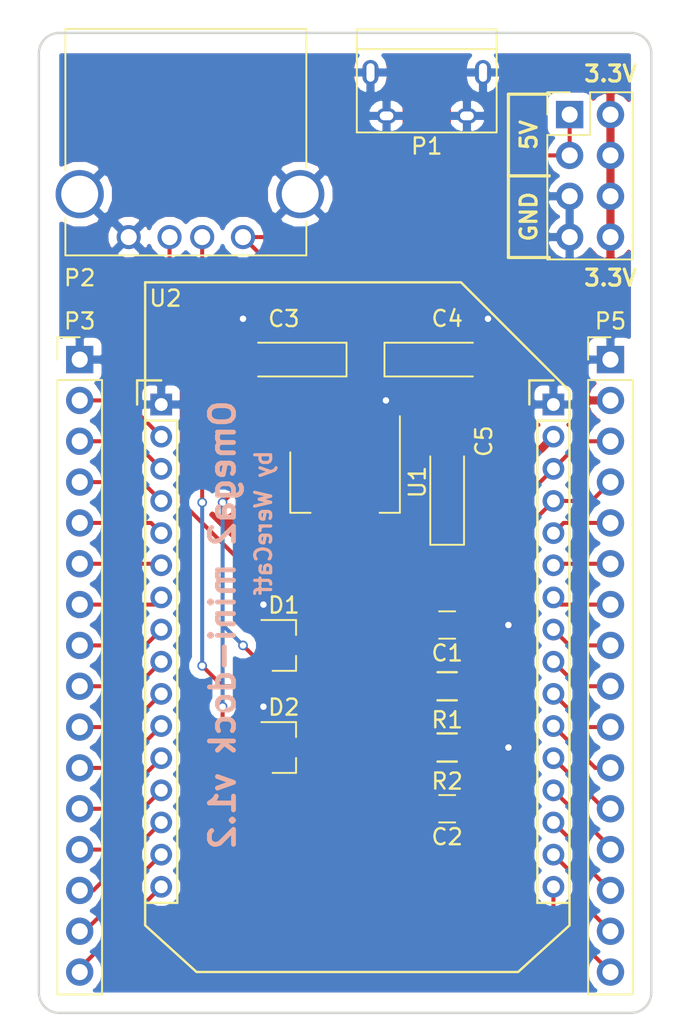
<source format=kicad_pcb>
(kicad_pcb (version 4) (host pcbnew 4.0.5)

  (general
    (links 76)
    (no_connects 0)
    (area 106.604999 76.124999 146.125001 137.235001)
    (thickness 1.6)
    (drawings 20)
    (tracks 143)
    (zones 0)
    (modules 16)
    (nets 33)
  )

  (page A4)
  (title_block
    (title "Omega2 mini-dock")
    (date 2017-02-22)
    (rev 1.2)
    (company "By WereCatf")
    (comment 1 "Public Domain")
  )

  (layers
    (0 F.Cu signal)
    (31 B.Cu signal)
    (32 B.Adhes user)
    (33 F.Adhes user)
    (34 B.Paste user)
    (35 F.Paste user)
    (36 B.SilkS user)
    (37 F.SilkS user)
    (38 B.Mask user)
    (39 F.Mask user)
    (40 Dwgs.User user)
    (41 Cmts.User user)
    (42 Eco1.User user)
    (43 Eco2.User user)
    (44 Edge.Cuts user)
    (45 Margin user)
    (46 B.CrtYd user)
    (47 F.CrtYd user)
    (48 B.Fab user)
    (49 F.Fab user)
  )

  (setup
    (last_trace_width 0.25)
    (trace_clearance 0.2)
    (zone_clearance 0.508)
    (zone_45_only no)
    (trace_min 0.2)
    (segment_width 0.2)
    (edge_width 0.15)
    (via_size 0.6)
    (via_drill 0.4)
    (via_min_size 0.4)
    (via_min_drill 0.3)
    (uvia_size 0.3)
    (uvia_drill 0.1)
    (uvias_allowed no)
    (uvia_min_size 0.2)
    (uvia_min_drill 0.1)
    (pcb_text_width 0.3)
    (pcb_text_size 1.5 1.5)
    (mod_edge_width 0.15)
    (mod_text_size 1 1)
    (mod_text_width 0.15)
    (pad_size 1.524 1.524)
    (pad_drill 0.762)
    (pad_to_mask_clearance 0.2)
    (aux_axis_origin 0 0)
    (visible_elements 7FFEFFFF)
    (pcbplotparams
      (layerselection 0x010f0_80000001)
      (usegerberextensions false)
      (excludeedgelayer true)
      (linewidth 0.100000)
      (plotframeref false)
      (viasonmask false)
      (mode 1)
      (useauxorigin false)
      (hpglpennumber 1)
      (hpglpenspeed 20)
      (hpglpendiameter 15)
      (hpglpenoverlay 2)
      (psnegative false)
      (psa4output false)
      (plotreference true)
      (plotvalue true)
      (plotinvisibletext false)
      (padsonsilk false)
      (subtractmaskfromsilk false)
      (outputformat 1)
      (mirror false)
      (drillshape 0)
      (scaleselection 1)
      (outputdirectory gerber))
  )

  (net 0 "")
  (net 1 GND)
  (net 2 USB_D+)
  (net 3 USB_D-)
  (net 4 +5V)
  (net 5 +3V3)
  (net 6 GPIO11)
  (net 7 I2S_CLK)
  (net 8 I2S_WS)
  (net 9 GPIO17)
  (net 10 GPIO16)
  (net 11 GPIO15)
  (net 12 UART1_RX)
  (net 13 UART1_TX)
  (net 14 MISO)
  (net 15 MOSI)
  (net 16 SCLK)
  (net 17 CS1)
  (net 18 I2S_SDO)
  (net 19 I2S_SDI)
  (net 20 MCU_RESET)
  (net 21 UART0_RX)
  (net 22 UART0_TX)
  (net 23 FW_RESET)
  (net 24 3.3VOUT)
  (net 25 ETH_TX-)
  (net 26 ETH_TX+)
  (net 27 ETH_RX-)
  (net 28 ETH_RX+)
  (net 29 GPIO18)
  (net 30 GPIO19)
  (net 31 I2C_SCL)
  (net 32 I2C_SDA)

  (net_class Default "This is the default net class."
    (clearance 0.2)
    (trace_width 0.25)
    (via_dia 0.6)
    (via_drill 0.4)
    (uvia_dia 0.3)
    (uvia_drill 0.1)
    (add_net +3V3)
    (add_net +5V)
    (add_net 3.3VOUT)
    (add_net CS1)
    (add_net ETH_RX+)
    (add_net ETH_RX-)
    (add_net ETH_TX+)
    (add_net ETH_TX-)
    (add_net FW_RESET)
    (add_net GND)
    (add_net GPIO11)
    (add_net GPIO15)
    (add_net GPIO16)
    (add_net GPIO17)
    (add_net GPIO18)
    (add_net GPIO19)
    (add_net I2C_SCL)
    (add_net I2C_SDA)
    (add_net I2S_CLK)
    (add_net I2S_SDI)
    (add_net I2S_SDO)
    (add_net I2S_WS)
    (add_net MCU_RESET)
    (add_net MISO)
    (add_net MOSI)
    (add_net SCLK)
    (add_net UART0_RX)
    (add_net UART0_TX)
    (add_net UART1_RX)
    (add_net UART1_TX)
    (add_net USB_D+)
    (add_net USB_D-)
  )

  (module omega2:Omega2 (layer F.Cu) (tedit 58AC2015) (tstamp 58AC4047)
    (at 126.492 113.284)
    (descr "Onion Omega 2, 2.00mm pin-headers")
    (tags "Onion Omega2")
    (path /58AC1BAF)
    (fp_text reference U2 (at -11.938 -20.574) (layer F.SilkS)
      (effects (font (size 1 1) (thickness 0.15)))
    )
    (fp_text value Omega2 (at -1.27 -19.05) (layer F.Fab)
      (effects (font (size 1 1) (thickness 0.15)))
    )
    (fp_line (start -13.2 18.43) (end -10 21.33) (layer F.SilkS) (width 0.15))
    (fp_line (start 6.45 -21.57) (end 13.2 -14.82) (layer F.SilkS) (width 0.15))
    (fp_line (start -13.2 -21.57) (end 6.45 -21.57) (layer F.SilkS) (width 0.15))
    (fp_line (start -13.2 -21.57) (end -13.2 18.43) (layer F.SilkS) (width 0.15))
    (fp_line (start -10 21.33) (end 10 21.33) (layer F.SilkS) (width 0.15))
    (fp_line (start 13.2 18.43) (end 10 21.33) (layer F.SilkS) (width 0.15))
    (fp_line (start 13.2 -14.82) (end 13.2 18.43) (layer F.SilkS) (width 0.15))
    (fp_line (start 10.6 17.63) (end 13.8 17.63) (layer F.CrtYd) (width 0.05))
    (fp_line (start 11.2 17.03) (end 13.2 17.03) (layer F.SilkS) (width 0.15))
    (fp_line (start 10.6 17.63) (end 10.6 -15.57) (layer F.CrtYd) (width 0.05))
    (fp_line (start 10.7 -13.97) (end 10.7 -15.47) (layer F.SilkS) (width 0.15))
    (fp_line (start 10.7 -15.47) (end 12.2 -15.47) (layer F.SilkS) (width 0.15))
    (fp_line (start 13.8 -15.57) (end 13.8 17.63) (layer F.CrtYd) (width 0.05))
    (fp_line (start 10.6 -15.57) (end 13.8 -15.57) (layer F.CrtYd) (width 0.05))
    (fp_line (start 11.2 17.03) (end 11.2 -12.97) (layer F.SilkS) (width 0.15))
    (fp_line (start 11.2 -12.97) (end 13.2 -12.97) (layer F.SilkS) (width 0.15))
    (fp_line (start 13.2 -12.97) (end 13.2 17.03) (layer F.SilkS) (width 0.15))
    (fp_line (start -11.2 -12.97) (end -13.2 -12.97) (layer F.SilkS) (width 0.15))
    (fp_line (start -11.2 -12.97) (end -11.2 17.03) (layer F.SilkS) (width 0.15))
    (fp_line (start -11.2 17.03) (end -13.2 17.03) (layer F.SilkS) (width 0.15))
    (fp_line (start -13.2 17.03) (end -13.2 -12.97) (layer F.SilkS) (width 0.15))
    (fp_line (start -10.6 -15.57) (end -13.8 -15.57) (layer F.CrtYd) (width 0.05))
    (fp_line (start -10.6 -15.57) (end -10.6 17.63) (layer F.CrtYd) (width 0.05))
    (fp_line (start -10.6 17.63) (end -13.8 17.63) (layer F.CrtYd) (width 0.05))
    (fp_line (start -13.8 17.63) (end -13.8 -15.57) (layer F.CrtYd) (width 0.05))
    (fp_line (start -13.7 -13.97) (end -13.7 -15.47) (layer F.SilkS) (width 0.15))
    (fp_line (start -13.7 -15.47) (end -12.2 -15.47) (layer F.SilkS) (width 0.15))
    (pad 32 thru_hole circle (at 12.2 16.03) (size 1.35 1.35) (drill 0.8) (layers *.Cu *.Mask)
      (net 32 I2C_SDA))
    (pad 31 thru_hole circle (at 12.2 14.03) (size 1.35 1.35) (drill 0.8) (layers *.Cu *.Mask)
      (net 31 I2C_SCL))
    (pad 30 thru_hole circle (at 12.2 12.03) (size 1.35 1.35) (drill 0.8) (layers *.Cu *.Mask)
      (net 30 GPIO19))
    (pad 29 thru_hole circle (at 12.2 10.03) (size 1.35 1.35) (drill 0.8) (layers *.Cu *.Mask)
      (net 29 GPIO18))
    (pad 28 thru_hole circle (at 12.2 8.03) (size 1.35 1.35) (drill 0.8) (layers *.Cu *.Mask)
      (net 28 ETH_RX+))
    (pad 27 thru_hole circle (at 12.2 6.03) (size 1.35 1.35) (drill 0.8) (layers *.Cu *.Mask)
      (net 27 ETH_RX-))
    (pad 26 thru_hole circle (at 12.2 4.03) (size 1.35 1.35) (drill 0.8) (layers *.Cu *.Mask)
      (net 26 ETH_TX+))
    (pad 25 thru_hole circle (at 12.2 2.03) (size 1.35 1.35) (drill 0.8) (layers *.Cu *.Mask)
      (net 25 ETH_TX-))
    (pad 24 thru_hole circle (at 12.2 0.03) (size 1.35 1.35) (drill 0.8) (layers *.Cu *.Mask)
      (net 24 3.3VOUT))
    (pad 23 thru_hole circle (at 12.2 -1.97) (size 1.35 1.35) (drill 0.8) (layers *.Cu *.Mask)
      (net 23 FW_RESET))
    (pad 22 thru_hole circle (at 12.2 -3.97) (size 1.35 1.35) (drill 0.8) (layers *.Cu *.Mask)
      (net 22 UART0_TX))
    (pad 21 thru_hole circle (at 12.2 -5.97) (size 1.35 1.35) (drill 0.8) (layers *.Cu *.Mask)
      (net 21 UART0_RX))
    (pad 20 thru_hole circle (at 12.2 -7.97) (size 1.35 1.35) (drill 0.8) (layers *.Cu *.Mask)
      (net 3 USB_D-))
    (pad 19 thru_hole circle (at 12.2 -9.97) (size 1.35 1.35) (drill 0.8) (layers *.Cu *.Mask)
      (net 2 USB_D+))
    (pad 18 thru_hole circle (at 12.2 -11.97) (size 1.35 1.35) (drill 0.8) (layers *.Cu *.Mask)
      (net 5 +3V3))
    (pad 17 thru_hole rect (at 12.2 -13.97) (size 1.35 1.35) (drill 0.8) (layers *.Cu *.Mask)
      (net 1 GND))
    (pad 1 thru_hole rect (at -12.2 -13.97) (size 1.35 1.35) (drill 0.8) (layers *.Cu *.Mask)
      (net 1 GND))
    (pad 2 thru_hole circle (at -12.2 -11.97) (size 1.35 1.35) (drill 0.8) (layers *.Cu *.Mask)
      (net 6 GPIO11))
    (pad 3 thru_hole circle (at -12.2 -9.97) (size 1.35 1.35) (drill 0.8) (layers *.Cu *.Mask)
      (net 7 I2S_CLK))
    (pad 4 thru_hole circle (at -12.2 -7.97) (size 1.35 1.35) (drill 0.8) (layers *.Cu *.Mask)
      (net 8 I2S_WS))
    (pad 5 thru_hole circle (at -12.2 -5.97) (size 1.35 1.35) (drill 0.8) (layers *.Cu *.Mask)
      (net 9 GPIO17))
    (pad 6 thru_hole circle (at -12.2 -3.97) (size 1.35 1.35) (drill 0.8) (layers *.Cu *.Mask)
      (net 10 GPIO16))
    (pad 7 thru_hole circle (at -12.2 -1.97) (size 1.35 1.35) (drill 0.8) (layers *.Cu *.Mask)
      (net 11 GPIO15))
    (pad 8 thru_hole circle (at -12.2 0.03) (size 1.35 1.35) (drill 0.8) (layers *.Cu *.Mask)
      (net 12 UART1_RX))
    (pad 9 thru_hole circle (at -12.2 2.03) (size 1.35 1.35) (drill 0.8) (layers *.Cu *.Mask)
      (net 13 UART1_TX))
    (pad 10 thru_hole circle (at -12.2 4.03) (size 1.35 1.35) (drill 0.8) (layers *.Cu *.Mask)
      (net 14 MISO))
    (pad 11 thru_hole circle (at -12.2 6.03) (size 1.35 1.35) (drill 0.8) (layers *.Cu *.Mask)
      (net 15 MOSI))
    (pad 12 thru_hole circle (at -12.2 8.03) (size 1.35 1.35) (drill 0.8) (layers *.Cu *.Mask)
      (net 16 SCLK))
    (pad 13 thru_hole circle (at -12.2 10.03) (size 1.35 1.35) (drill 0.8) (layers *.Cu *.Mask)
      (net 17 CS1))
    (pad 14 thru_hole circle (at -12.2 12.03) (size 1.35 1.35) (drill 0.8) (layers *.Cu *.Mask)
      (net 18 I2S_SDO))
    (pad 15 thru_hole circle (at -12.2 14.03) (size 1.35 1.35) (drill 0.8) (layers *.Cu *.Mask)
      (net 19 I2S_SDI))
    (pad 16 thru_hole circle (at -12.2 16.03) (size 1.35 1.35) (drill 0.8) (layers *.Cu *.Mask)
      (net 20 MCU_RESET))
    (model Pin_Headers.3dshapes/Pin_Header_Straight_1x16_Pitch2.00mm.wrl
      (at (xyz 0 0 0))
      (scale (xyz 1 1 1))
      (rotate (xyz 0 0 0))
    )
  )

  (module Capacitors_SMD:C_0805_HandSoldering (layer F.Cu) (tedit 58AA84A8) (tstamp 58AAEA53)
    (at 132.08 113.03 180)
    (descr "Capacitor SMD 0805, hand soldering")
    (tags "capacitor 0805")
    (path /58AABBE8)
    (attr smd)
    (fp_text reference C1 (at 0 -1.75 180) (layer F.SilkS)
      (effects (font (size 1 1) (thickness 0.15)))
    )
    (fp_text value 47pF (at 0 1.75 180) (layer F.Fab)
      (effects (font (size 1 1) (thickness 0.15)))
    )
    (fp_text user %R (at 0 -1.75 180) (layer F.Fab)
      (effects (font (size 1 1) (thickness 0.15)))
    )
    (fp_line (start -1 0.62) (end -1 -0.62) (layer F.Fab) (width 0.1))
    (fp_line (start 1 0.62) (end -1 0.62) (layer F.Fab) (width 0.1))
    (fp_line (start 1 -0.62) (end 1 0.62) (layer F.Fab) (width 0.1))
    (fp_line (start -1 -0.62) (end 1 -0.62) (layer F.Fab) (width 0.1))
    (fp_line (start 0.5 -0.85) (end -0.5 -0.85) (layer F.SilkS) (width 0.12))
    (fp_line (start -0.5 0.85) (end 0.5 0.85) (layer F.SilkS) (width 0.12))
    (fp_line (start -2.25 -0.88) (end 2.25 -0.88) (layer F.CrtYd) (width 0.05))
    (fp_line (start -2.25 -0.88) (end -2.25 0.87) (layer F.CrtYd) (width 0.05))
    (fp_line (start 2.25 0.87) (end 2.25 -0.88) (layer F.CrtYd) (width 0.05))
    (fp_line (start 2.25 0.87) (end -2.25 0.87) (layer F.CrtYd) (width 0.05))
    (pad 1 smd rect (at -1.25 0 180) (size 1.5 1.25) (layers F.Cu F.Paste F.Mask)
      (net 1 GND))
    (pad 2 smd rect (at 1.25 0 180) (size 1.5 1.25) (layers F.Cu F.Paste F.Mask)
      (net 2 USB_D+))
    (model Capacitors_SMD.3dshapes/C_0805.wrl
      (at (xyz 0 0 0))
      (scale (xyz 1 1 1))
      (rotate (xyz 0 0 0))
    )
  )

  (module Capacitors_SMD:C_0805_HandSoldering (layer F.Cu) (tedit 58AA84A8) (tstamp 58AAEA59)
    (at 132.08 124.46 180)
    (descr "Capacitor SMD 0805, hand soldering")
    (tags "capacitor 0805")
    (path /58AABC7D)
    (attr smd)
    (fp_text reference C2 (at 0 -1.75 180) (layer F.SilkS)
      (effects (font (size 1 1) (thickness 0.15)))
    )
    (fp_text value 47pF (at 0 1.75 180) (layer F.Fab)
      (effects (font (size 1 1) (thickness 0.15)))
    )
    (fp_text user %R (at 0 -1.75 180) (layer F.Fab)
      (effects (font (size 1 1) (thickness 0.15)))
    )
    (fp_line (start -1 0.62) (end -1 -0.62) (layer F.Fab) (width 0.1))
    (fp_line (start 1 0.62) (end -1 0.62) (layer F.Fab) (width 0.1))
    (fp_line (start 1 -0.62) (end 1 0.62) (layer F.Fab) (width 0.1))
    (fp_line (start -1 -0.62) (end 1 -0.62) (layer F.Fab) (width 0.1))
    (fp_line (start 0.5 -0.85) (end -0.5 -0.85) (layer F.SilkS) (width 0.12))
    (fp_line (start -0.5 0.85) (end 0.5 0.85) (layer F.SilkS) (width 0.12))
    (fp_line (start -2.25 -0.88) (end 2.25 -0.88) (layer F.CrtYd) (width 0.05))
    (fp_line (start -2.25 -0.88) (end -2.25 0.87) (layer F.CrtYd) (width 0.05))
    (fp_line (start 2.25 0.87) (end 2.25 -0.88) (layer F.CrtYd) (width 0.05))
    (fp_line (start 2.25 0.87) (end -2.25 0.87) (layer F.CrtYd) (width 0.05))
    (pad 1 smd rect (at -1.25 0 180) (size 1.5 1.25) (layers F.Cu F.Paste F.Mask)
      (net 1 GND))
    (pad 2 smd rect (at 1.25 0 180) (size 1.5 1.25) (layers F.Cu F.Paste F.Mask)
      (net 3 USB_D-))
    (model Capacitors_SMD.3dshapes/C_0805.wrl
      (at (xyz 0 0 0))
      (scale (xyz 1 1 1))
      (rotate (xyz 0 0 0))
    )
  )

  (module TO_SOT_Packages_SMD:SOT-23 (layer F.Cu) (tedit 5883B105) (tstamp 58AAEA72)
    (at 121.92 114.3)
    (descr "SOT-23, Standard")
    (tags SOT-23)
    (path /58AE219F)
    (attr smd)
    (fp_text reference D1 (at 0 -2.5) (layer F.SilkS)
      (effects (font (size 1 1) (thickness 0.15)))
    )
    (fp_text value BAT54S (at 0 2.5) (layer F.Fab)
      (effects (font (size 1 1) (thickness 0.15)))
    )
    (fp_line (start -0.7 -0.95) (end -0.7 1.5) (layer F.Fab) (width 0.1))
    (fp_line (start -0.15 -1.52) (end 0.7 -1.52) (layer F.Fab) (width 0.1))
    (fp_line (start -0.7 -0.95) (end -0.15 -1.52) (layer F.Fab) (width 0.1))
    (fp_line (start 0.7 -1.52) (end 0.7 1.52) (layer F.Fab) (width 0.1))
    (fp_line (start -0.7 1.52) (end 0.7 1.52) (layer F.Fab) (width 0.1))
    (fp_line (start 0.76 1.58) (end 0.76 0.65) (layer F.SilkS) (width 0.12))
    (fp_line (start 0.76 -1.58) (end 0.76 -0.65) (layer F.SilkS) (width 0.12))
    (fp_line (start -1.7 -1.75) (end 1.7 -1.75) (layer F.CrtYd) (width 0.05))
    (fp_line (start 1.7 -1.75) (end 1.7 1.75) (layer F.CrtYd) (width 0.05))
    (fp_line (start 1.7 1.75) (end -1.7 1.75) (layer F.CrtYd) (width 0.05))
    (fp_line (start -1.7 1.75) (end -1.7 -1.75) (layer F.CrtYd) (width 0.05))
    (fp_line (start 0.76 -1.58) (end -1.4 -1.58) (layer F.SilkS) (width 0.12))
    (fp_line (start 0.76 1.58) (end -0.7 1.58) (layer F.SilkS) (width 0.12))
    (pad 1 smd rect (at -1 -0.95) (size 0.9 0.8) (layers F.Cu F.Paste F.Mask)
      (net 1 GND))
    (pad 2 smd rect (at -1 0.95) (size 0.9 0.8) (layers F.Cu F.Paste F.Mask)
      (net 4 +5V))
    (pad 3 smd rect (at 1 0) (size 0.9 0.8) (layers F.Cu F.Paste F.Mask)
      (net 2 USB_D+))
    (model TO_SOT_Packages_SMD.3dshapes/SOT-23.wrl
      (at (xyz 0 0 0))
      (scale (xyz 1 1 1))
      (rotate (xyz 0 0 90))
    )
  )

  (module TO_SOT_Packages_SMD:SOT-23 (layer F.Cu) (tedit 5883B105) (tstamp 58AAEA79)
    (at 121.92 120.65)
    (descr "SOT-23, Standard")
    (tags SOT-23)
    (path /58AE4050)
    (attr smd)
    (fp_text reference D2 (at 0 -2.5) (layer F.SilkS)
      (effects (font (size 1 1) (thickness 0.15)))
    )
    (fp_text value BAT54S (at 0 2.5) (layer F.Fab)
      (effects (font (size 1 1) (thickness 0.15)))
    )
    (fp_line (start -0.7 -0.95) (end -0.7 1.5) (layer F.Fab) (width 0.1))
    (fp_line (start -0.15 -1.52) (end 0.7 -1.52) (layer F.Fab) (width 0.1))
    (fp_line (start -0.7 -0.95) (end -0.15 -1.52) (layer F.Fab) (width 0.1))
    (fp_line (start 0.7 -1.52) (end 0.7 1.52) (layer F.Fab) (width 0.1))
    (fp_line (start -0.7 1.52) (end 0.7 1.52) (layer F.Fab) (width 0.1))
    (fp_line (start 0.76 1.58) (end 0.76 0.65) (layer F.SilkS) (width 0.12))
    (fp_line (start 0.76 -1.58) (end 0.76 -0.65) (layer F.SilkS) (width 0.12))
    (fp_line (start -1.7 -1.75) (end 1.7 -1.75) (layer F.CrtYd) (width 0.05))
    (fp_line (start 1.7 -1.75) (end 1.7 1.75) (layer F.CrtYd) (width 0.05))
    (fp_line (start 1.7 1.75) (end -1.7 1.75) (layer F.CrtYd) (width 0.05))
    (fp_line (start -1.7 1.75) (end -1.7 -1.75) (layer F.CrtYd) (width 0.05))
    (fp_line (start 0.76 -1.58) (end -1.4 -1.58) (layer F.SilkS) (width 0.12))
    (fp_line (start 0.76 1.58) (end -0.7 1.58) (layer F.SilkS) (width 0.12))
    (pad 1 smd rect (at -1 -0.95) (size 0.9 0.8) (layers F.Cu F.Paste F.Mask)
      (net 1 GND))
    (pad 2 smd rect (at -1 0.95) (size 0.9 0.8) (layers F.Cu F.Paste F.Mask)
      (net 4 +5V))
    (pad 3 smd rect (at 1 0) (size 0.9 0.8) (layers F.Cu F.Paste F.Mask)
      (net 3 USB_D-))
    (model TO_SOT_Packages_SMD.3dshapes/SOT-23.wrl
      (at (xyz 0 0 0))
      (scale (xyz 1 1 1))
      (rotate (xyz 0 0 90))
    )
  )

  (module Connectors:USB_Micro-B (layer F.Cu) (tedit 5543E447) (tstamp 58AAEA86)
    (at 130.81 80.01 180)
    (descr "Micro USB Type B Receptacle")
    (tags "USB USB_B USB_micro USB_OTG")
    (path /58AAB30E)
    (attr smd)
    (fp_text reference P1 (at 0 -3.24 180) (layer F.SilkS)
      (effects (font (size 1 1) (thickness 0.15)))
    )
    (fp_text value USB_OTG (at 0 5.01 180) (layer F.Fab)
      (effects (font (size 1 1) (thickness 0.15)))
    )
    (fp_line (start -4.6 -2.59) (end 4.6 -2.59) (layer F.CrtYd) (width 0.05))
    (fp_line (start 4.6 -2.59) (end 4.6 4.26) (layer F.CrtYd) (width 0.05))
    (fp_line (start 4.6 4.26) (end -4.6 4.26) (layer F.CrtYd) (width 0.05))
    (fp_line (start -4.6 4.26) (end -4.6 -2.59) (layer F.CrtYd) (width 0.05))
    (fp_line (start -4.35 4.03) (end 4.35 4.03) (layer F.SilkS) (width 0.12))
    (fp_line (start -4.35 -2.38) (end 4.35 -2.38) (layer F.SilkS) (width 0.12))
    (fp_line (start 4.35 -2.38) (end 4.35 4.03) (layer F.SilkS) (width 0.12))
    (fp_line (start 4.35 2.8) (end -4.35 2.8) (layer F.SilkS) (width 0.12))
    (fp_line (start -4.35 4.03) (end -4.35 -2.38) (layer F.SilkS) (width 0.12))
    (pad 1 smd rect (at -1.3 -1.35 270) (size 1.35 0.4) (layers F.Cu F.Paste F.Mask)
      (net 4 +5V))
    (pad 2 smd rect (at -0.65 -1.35 270) (size 1.35 0.4) (layers F.Cu F.Paste F.Mask))
    (pad 3 smd rect (at 0 -1.35 270) (size 1.35 0.4) (layers F.Cu F.Paste F.Mask))
    (pad 4 smd rect (at 0.65 -1.35 270) (size 1.35 0.4) (layers F.Cu F.Paste F.Mask))
    (pad 5 smd rect (at 1.3 -1.35 270) (size 1.35 0.4) (layers F.Cu F.Paste F.Mask)
      (net 1 GND))
    (pad 6 thru_hole oval (at -2.5 -1.35 270) (size 0.95 1.25) (drill oval 0.55 0.85) (layers *.Cu *.Mask)
      (net 1 GND))
    (pad 6 thru_hole oval (at 2.5 -1.35 270) (size 0.95 1.25) (drill oval 0.55 0.85) (layers *.Cu *.Mask)
      (net 1 GND))
    (pad 6 thru_hole oval (at -3.5 1.35 270) (size 1.55 1) (drill oval 1.15 0.5) (layers *.Cu *.Mask)
      (net 1 GND))
    (pad 6 thru_hole oval (at 3.5 1.35 270) (size 1.55 1) (drill oval 1.15 0.5) (layers *.Cu *.Mask)
      (net 1 GND))
  )

  (module Connectors:USB_A (layer F.Cu) (tedit 58AD08C0) (tstamp 58AAEA90)
    (at 119.38 88.9 180)
    (descr "USB A connector")
    (tags "USB USB_A")
    (path /58AAB361)
    (fp_text reference P2 (at 10.16 -2.54 180) (layer F.SilkS)
      (effects (font (size 1 1) (thickness 0.15)))
    )
    (fp_text value USB_A (at 3.84 7.44 180) (layer F.Fab)
      (effects (font (size 1 1) (thickness 0.15)))
    )
    (fp_line (start -5.3 13.2) (end -5.3 -1.4) (layer F.CrtYd) (width 0.05))
    (fp_line (start 11.95 -1.4) (end 11.95 13.2) (layer F.CrtYd) (width 0.05))
    (fp_line (start -5.3 13.2) (end 11.95 13.2) (layer F.CrtYd) (width 0.05))
    (fp_line (start -5.3 -1.4) (end 11.95 -1.4) (layer F.CrtYd) (width 0.05))
    (fp_line (start 11.05 -1.14) (end 11.05 1.19) (layer F.SilkS) (width 0.12))
    (fp_line (start -3.94 -1.14) (end -3.94 0.98) (layer F.SilkS) (width 0.12))
    (fp_line (start 11.05 -1.14) (end -3.94 -1.14) (layer F.SilkS) (width 0.12))
    (fp_line (start 11.05 12.95) (end -3.94 12.95) (layer F.SilkS) (width 0.12))
    (fp_line (start 11.05 4.15) (end 11.05 12.95) (layer F.SilkS) (width 0.12))
    (fp_line (start -3.94 4.35) (end -3.94 12.95) (layer F.SilkS) (width 0.12))
    (pad 4 thru_hole circle (at 7.11 0 90) (size 1.5 1.5) (drill 1) (layers *.Cu *.Mask)
      (net 1 GND))
    (pad 3 thru_hole circle (at 4.57 0 90) (size 1.5 1.5) (drill 1) (layers *.Cu *.Mask)
      (net 2 USB_D+))
    (pad 2 thru_hole circle (at 2.54 0 90) (size 1.5 1.5) (drill 1) (layers *.Cu *.Mask)
      (net 3 USB_D-))
    (pad 1 thru_hole circle (at 0 0 90) (size 1.5 1.5) (drill 1) (layers *.Cu *.Mask)
      (net 4 +5V))
    (pad 5 thru_hole circle (at 10.16 2.67 90) (size 3 3) (drill 2.3) (layers *.Cu *.Mask)
      (net 1 GND))
    (pad 5 thru_hole circle (at -3.56 2.67 90) (size 3 3) (drill 2.3) (layers *.Cu *.Mask)
      (net 1 GND))
    (model Connectors.3dshapes/USB_A.wrl
      (at (xyz 0.14 0 0))
      (scale (xyz 1 1 1))
      (rotate (xyz 0 0 90))
    )
  )

  (module Pin_Headers:Pin_Header_Straight_1x16_Pitch2.54mm (layer F.Cu) (tedit 5862ED52) (tstamp 58AAEAA4)
    (at 109.22 96.52)
    (descr "Through hole straight pin header, 1x16, 2.54mm pitch, single row")
    (tags "Through hole pin header THT 1x16 2.54mm single row")
    (path /58AE08EE)
    (fp_text reference P3 (at 0 -2.39) (layer F.SilkS)
      (effects (font (size 1 1) (thickness 0.15)))
    )
    (fp_text value CONN_01X16 (at 0 40.49) (layer F.Fab)
      (effects (font (size 1 1) (thickness 0.15)))
    )
    (fp_line (start -1.27 -1.27) (end -1.27 39.37) (layer F.Fab) (width 0.1))
    (fp_line (start -1.27 39.37) (end 1.27 39.37) (layer F.Fab) (width 0.1))
    (fp_line (start 1.27 39.37) (end 1.27 -1.27) (layer F.Fab) (width 0.1))
    (fp_line (start 1.27 -1.27) (end -1.27 -1.27) (layer F.Fab) (width 0.1))
    (fp_line (start -1.39 1.27) (end -1.39 39.49) (layer F.SilkS) (width 0.12))
    (fp_line (start -1.39 39.49) (end 1.39 39.49) (layer F.SilkS) (width 0.12))
    (fp_line (start 1.39 39.49) (end 1.39 1.27) (layer F.SilkS) (width 0.12))
    (fp_line (start 1.39 1.27) (end -1.39 1.27) (layer F.SilkS) (width 0.12))
    (fp_line (start -1.39 0) (end -1.39 -1.39) (layer F.SilkS) (width 0.12))
    (fp_line (start -1.39 -1.39) (end 0 -1.39) (layer F.SilkS) (width 0.12))
    (fp_line (start -1.6 -1.6) (end -1.6 39.7) (layer F.CrtYd) (width 0.05))
    (fp_line (start -1.6 39.7) (end 1.6 39.7) (layer F.CrtYd) (width 0.05))
    (fp_line (start 1.6 39.7) (end 1.6 -1.6) (layer F.CrtYd) (width 0.05))
    (fp_line (start 1.6 -1.6) (end -1.6 -1.6) (layer F.CrtYd) (width 0.05))
    (pad 1 thru_hole rect (at 0 0) (size 1.7 1.7) (drill 1) (layers *.Cu *.Mask)
      (net 1 GND))
    (pad 2 thru_hole oval (at 0 2.54) (size 1.7 1.7) (drill 1) (layers *.Cu *.Mask)
      (net 6 GPIO11))
    (pad 3 thru_hole oval (at 0 5.08) (size 1.7 1.7) (drill 1) (layers *.Cu *.Mask)
      (net 7 I2S_CLK))
    (pad 4 thru_hole oval (at 0 7.62) (size 1.7 1.7) (drill 1) (layers *.Cu *.Mask)
      (net 8 I2S_WS))
    (pad 5 thru_hole oval (at 0 10.16) (size 1.7 1.7) (drill 1) (layers *.Cu *.Mask)
      (net 9 GPIO17))
    (pad 6 thru_hole oval (at 0 12.7) (size 1.7 1.7) (drill 1) (layers *.Cu *.Mask)
      (net 10 GPIO16))
    (pad 7 thru_hole oval (at 0 15.24) (size 1.7 1.7) (drill 1) (layers *.Cu *.Mask)
      (net 11 GPIO15))
    (pad 8 thru_hole oval (at 0 17.78) (size 1.7 1.7) (drill 1) (layers *.Cu *.Mask)
      (net 12 UART1_RX))
    (pad 9 thru_hole oval (at 0 20.32) (size 1.7 1.7) (drill 1) (layers *.Cu *.Mask)
      (net 13 UART1_TX))
    (pad 10 thru_hole oval (at 0 22.86) (size 1.7 1.7) (drill 1) (layers *.Cu *.Mask)
      (net 14 MISO))
    (pad 11 thru_hole oval (at 0 25.4) (size 1.7 1.7) (drill 1) (layers *.Cu *.Mask)
      (net 15 MOSI))
    (pad 12 thru_hole oval (at 0 27.94) (size 1.7 1.7) (drill 1) (layers *.Cu *.Mask)
      (net 16 SCLK))
    (pad 13 thru_hole oval (at 0 30.48) (size 1.7 1.7) (drill 1) (layers *.Cu *.Mask)
      (net 17 CS1))
    (pad 14 thru_hole oval (at 0 33.02) (size 1.7 1.7) (drill 1) (layers *.Cu *.Mask)
      (net 18 I2S_SDO))
    (pad 15 thru_hole oval (at 0 35.56) (size 1.7 1.7) (drill 1) (layers *.Cu *.Mask)
      (net 19 I2S_SDI))
    (pad 16 thru_hole oval (at 0 38.1) (size 1.7 1.7) (drill 1) (layers *.Cu *.Mask)
      (net 20 MCU_RESET))
    (model Pin_Headers.3dshapes/Pin_Header_Straight_1x16_Pitch2.54mm.wrl
      (at (xyz 0 -0.75 0))
      (scale (xyz 1 1 1))
      (rotate (xyz 0 0 90))
    )
  )

  (module Pin_Headers:Pin_Header_Straight_1x16_Pitch2.54mm (layer F.Cu) (tedit 5862ED52) (tstamp 58AAEACC)
    (at 142.24 96.52)
    (descr "Through hole straight pin header, 1x16, 2.54mm pitch, single row")
    (tags "Through hole pin header THT 1x16 2.54mm single row")
    (path /58AE09A2)
    (fp_text reference P5 (at 0 -2.39) (layer F.SilkS)
      (effects (font (size 1 1) (thickness 0.15)))
    )
    (fp_text value CONN_01X16 (at 0 40.49) (layer F.Fab)
      (effects (font (size 1 1) (thickness 0.15)))
    )
    (fp_line (start -1.27 -1.27) (end -1.27 39.37) (layer F.Fab) (width 0.1))
    (fp_line (start -1.27 39.37) (end 1.27 39.37) (layer F.Fab) (width 0.1))
    (fp_line (start 1.27 39.37) (end 1.27 -1.27) (layer F.Fab) (width 0.1))
    (fp_line (start 1.27 -1.27) (end -1.27 -1.27) (layer F.Fab) (width 0.1))
    (fp_line (start -1.39 1.27) (end -1.39 39.49) (layer F.SilkS) (width 0.12))
    (fp_line (start -1.39 39.49) (end 1.39 39.49) (layer F.SilkS) (width 0.12))
    (fp_line (start 1.39 39.49) (end 1.39 1.27) (layer F.SilkS) (width 0.12))
    (fp_line (start 1.39 1.27) (end -1.39 1.27) (layer F.SilkS) (width 0.12))
    (fp_line (start -1.39 0) (end -1.39 -1.39) (layer F.SilkS) (width 0.12))
    (fp_line (start -1.39 -1.39) (end 0 -1.39) (layer F.SilkS) (width 0.12))
    (fp_line (start -1.6 -1.6) (end -1.6 39.7) (layer F.CrtYd) (width 0.05))
    (fp_line (start -1.6 39.7) (end 1.6 39.7) (layer F.CrtYd) (width 0.05))
    (fp_line (start 1.6 39.7) (end 1.6 -1.6) (layer F.CrtYd) (width 0.05))
    (fp_line (start 1.6 -1.6) (end -1.6 -1.6) (layer F.CrtYd) (width 0.05))
    (pad 1 thru_hole rect (at 0 0) (size 1.7 1.7) (drill 1) (layers *.Cu *.Mask)
      (net 1 GND))
    (pad 2 thru_hole oval (at 0 2.54) (size 1.7 1.7) (drill 1) (layers *.Cu *.Mask)
      (net 5 +3V3))
    (pad 3 thru_hole oval (at 0 5.08) (size 1.7 1.7) (drill 1) (layers *.Cu *.Mask)
      (net 2 USB_D+))
    (pad 4 thru_hole oval (at 0 7.62) (size 1.7 1.7) (drill 1) (layers *.Cu *.Mask)
      (net 3 USB_D-))
    (pad 5 thru_hole oval (at 0 10.16) (size 1.7 1.7) (drill 1) (layers *.Cu *.Mask)
      (net 21 UART0_RX))
    (pad 6 thru_hole oval (at 0 12.7) (size 1.7 1.7) (drill 1) (layers *.Cu *.Mask)
      (net 22 UART0_TX))
    (pad 7 thru_hole oval (at 0 15.24) (size 1.7 1.7) (drill 1) (layers *.Cu *.Mask)
      (net 23 FW_RESET))
    (pad 8 thru_hole oval (at 0 17.78) (size 1.7 1.7) (drill 1) (layers *.Cu *.Mask)
      (net 24 3.3VOUT))
    (pad 9 thru_hole oval (at 0 20.32) (size 1.7 1.7) (drill 1) (layers *.Cu *.Mask)
      (net 25 ETH_TX-))
    (pad 10 thru_hole oval (at 0 22.86) (size 1.7 1.7) (drill 1) (layers *.Cu *.Mask)
      (net 26 ETH_TX+))
    (pad 11 thru_hole oval (at 0 25.4) (size 1.7 1.7) (drill 1) (layers *.Cu *.Mask)
      (net 27 ETH_RX-))
    (pad 12 thru_hole oval (at 0 27.94) (size 1.7 1.7) (drill 1) (layers *.Cu *.Mask)
      (net 28 ETH_RX+))
    (pad 13 thru_hole oval (at 0 30.48) (size 1.7 1.7) (drill 1) (layers *.Cu *.Mask)
      (net 29 GPIO18))
    (pad 14 thru_hole oval (at 0 33.02) (size 1.7 1.7) (drill 1) (layers *.Cu *.Mask)
      (net 30 GPIO19))
    (pad 15 thru_hole oval (at 0 35.56) (size 1.7 1.7) (drill 1) (layers *.Cu *.Mask)
      (net 31 I2C_SCL))
    (pad 16 thru_hole oval (at 0 38.1) (size 1.7 1.7) (drill 1) (layers *.Cu *.Mask)
      (net 32 I2C_SDA))
    (model Pin_Headers.3dshapes/Pin_Header_Straight_1x16_Pitch2.54mm.wrl
      (at (xyz 0 -0.75 0))
      (scale (xyz 1 1 1))
      (rotate (xyz 0 0 90))
    )
  )

  (module Resistors_SMD:R_0805_HandSoldering (layer F.Cu) (tedit 58307B90) (tstamp 58AAEAF0)
    (at 132.08 116.84 180)
    (descr "Resistor SMD 0805, hand soldering")
    (tags "resistor 0805")
    (path /58AAB91D)
    (attr smd)
    (fp_text reference R1 (at 0 -2.1 180) (layer F.SilkS)
      (effects (font (size 1 1) (thickness 0.15)))
    )
    (fp_text value 15k (at 0 2.1 180) (layer F.Fab)
      (effects (font (size 1 1) (thickness 0.15)))
    )
    (fp_line (start -1 0.625) (end -1 -0.625) (layer F.Fab) (width 0.1))
    (fp_line (start 1 0.625) (end -1 0.625) (layer F.Fab) (width 0.1))
    (fp_line (start 1 -0.625) (end 1 0.625) (layer F.Fab) (width 0.1))
    (fp_line (start -1 -0.625) (end 1 -0.625) (layer F.Fab) (width 0.1))
    (fp_line (start -2.4 -1) (end 2.4 -1) (layer F.CrtYd) (width 0.05))
    (fp_line (start -2.4 1) (end 2.4 1) (layer F.CrtYd) (width 0.05))
    (fp_line (start -2.4 -1) (end -2.4 1) (layer F.CrtYd) (width 0.05))
    (fp_line (start 2.4 -1) (end 2.4 1) (layer F.CrtYd) (width 0.05))
    (fp_line (start 0.6 0.875) (end -0.6 0.875) (layer F.SilkS) (width 0.15))
    (fp_line (start -0.6 -0.875) (end 0.6 -0.875) (layer F.SilkS) (width 0.15))
    (pad 1 smd rect (at -1.35 0 180) (size 1.5 1.3) (layers F.Cu F.Paste F.Mask)
      (net 1 GND))
    (pad 2 smd rect (at 1.35 0 180) (size 1.5 1.3) (layers F.Cu F.Paste F.Mask)
      (net 2 USB_D+))
    (model Resistors_SMD.3dshapes/R_0805_HandSoldering.wrl
      (at (xyz 0 0 0))
      (scale (xyz 1 1 1))
      (rotate (xyz 0 0 0))
    )
  )

  (module Resistors_SMD:R_0805_HandSoldering (layer F.Cu) (tedit 58307B90) (tstamp 58AAEAF6)
    (at 132.08 120.65 180)
    (descr "Resistor SMD 0805, hand soldering")
    (tags "resistor 0805")
    (path /58AAB9B4)
    (attr smd)
    (fp_text reference R2 (at 0 -2.1 180) (layer F.SilkS)
      (effects (font (size 1 1) (thickness 0.15)))
    )
    (fp_text value 15k (at 0 2.1 180) (layer F.Fab)
      (effects (font (size 1 1) (thickness 0.15)))
    )
    (fp_line (start -1 0.625) (end -1 -0.625) (layer F.Fab) (width 0.1))
    (fp_line (start 1 0.625) (end -1 0.625) (layer F.Fab) (width 0.1))
    (fp_line (start 1 -0.625) (end 1 0.625) (layer F.Fab) (width 0.1))
    (fp_line (start -1 -0.625) (end 1 -0.625) (layer F.Fab) (width 0.1))
    (fp_line (start -2.4 -1) (end 2.4 -1) (layer F.CrtYd) (width 0.05))
    (fp_line (start -2.4 1) (end 2.4 1) (layer F.CrtYd) (width 0.05))
    (fp_line (start -2.4 -1) (end -2.4 1) (layer F.CrtYd) (width 0.05))
    (fp_line (start 2.4 -1) (end 2.4 1) (layer F.CrtYd) (width 0.05))
    (fp_line (start 0.6 0.875) (end -0.6 0.875) (layer F.SilkS) (width 0.15))
    (fp_line (start -0.6 -0.875) (end 0.6 -0.875) (layer F.SilkS) (width 0.15))
    (pad 1 smd rect (at -1.35 0 180) (size 1.5 1.3) (layers F.Cu F.Paste F.Mask)
      (net 1 GND))
    (pad 2 smd rect (at 1.35 0 180) (size 1.5 1.3) (layers F.Cu F.Paste F.Mask)
      (net 3 USB_D-))
    (model Resistors_SMD.3dshapes/R_0805_HandSoldering.wrl
      (at (xyz 0 0 0))
      (scale (xyz 1 1 1))
      (rotate (xyz 0 0 0))
    )
  )

  (module TO_SOT_Packages_SMD:SOT-223 (layer F.Cu) (tedit 5883B228) (tstamp 58AAEAFE)
    (at 125.73 104.14 270)
    (descr "module CMS SOT223 4 pins")
    (tags "CMS SOT")
    (path /58AAB204)
    (attr smd)
    (fp_text reference U1 (at 0 -4.5 270) (layer F.SilkS)
      (effects (font (size 1 1) (thickness 0.15)))
    )
    (fp_text value LM1117-3.3 (at 0 4.5 270) (layer F.Fab)
      (effects (font (size 1 1) (thickness 0.15)))
    )
    (fp_line (start -1.85 -2.3) (end -0.8 -3.35) (layer F.Fab) (width 0.1))
    (fp_line (start 1.91 3.41) (end 1.91 2.15) (layer F.SilkS) (width 0.12))
    (fp_line (start 1.91 -3.41) (end 1.91 -2.15) (layer F.SilkS) (width 0.12))
    (fp_line (start 4.4 -3.6) (end -4.4 -3.6) (layer F.CrtYd) (width 0.05))
    (fp_line (start 4.4 3.6) (end 4.4 -3.6) (layer F.CrtYd) (width 0.05))
    (fp_line (start -4.4 3.6) (end 4.4 3.6) (layer F.CrtYd) (width 0.05))
    (fp_line (start -4.4 -3.6) (end -4.4 3.6) (layer F.CrtYd) (width 0.05))
    (fp_line (start -1.85 -2.3) (end -1.85 3.35) (layer F.Fab) (width 0.1))
    (fp_line (start -1.85 3.41) (end 1.91 3.41) (layer F.SilkS) (width 0.12))
    (fp_line (start -0.8 -3.35) (end 1.85 -3.35) (layer F.Fab) (width 0.1))
    (fp_line (start -4.1 -3.41) (end 1.91 -3.41) (layer F.SilkS) (width 0.12))
    (fp_line (start -1.85 3.35) (end 1.85 3.35) (layer F.Fab) (width 0.1))
    (fp_line (start 1.85 -3.35) (end 1.85 3.35) (layer F.Fab) (width 0.1))
    (pad 4 smd rect (at 3.15 0 270) (size 2 3.8) (layers F.Cu F.Paste F.Mask)
      (net 5 +3V3))
    (pad 2 smd rect (at -3.15 0 270) (size 2 1.5) (layers F.Cu F.Paste F.Mask)
      (net 5 +3V3))
    (pad 3 smd rect (at -3.15 2.3 270) (size 2 1.5) (layers F.Cu F.Paste F.Mask)
      (net 4 +5V))
    (pad 1 smd rect (at -3.15 -2.3 270) (size 2 1.5) (layers F.Cu F.Paste F.Mask)
      (net 1 GND))
    (model TO_SOT_Packages_SMD.3dshapes/SOT-223.wrl
      (at (xyz 0 0 0))
      (scale (xyz 0.4 0.4 0.4))
      (rotate (xyz 0 0 90))
    )
  )

  (module Capacitors_Tantalum_SMD:CP_Tantalum_Case-A_EIA-3216-18_Hand (layer F.Cu) (tedit 58AD0C00) (tstamp 58AC41B2)
    (at 121.92 96.52 180)
    (descr "Tantalum capacitor, Case A, EIA 3216-18, 3.2x1.6x1.6mm, Hand soldering footprint")
    (tags "capacitor tantalum smd")
    (path /58AAB237)
    (attr smd)
    (fp_text reference C3 (at 0 2.54 180) (layer F.SilkS)
      (effects (font (size 1 1) (thickness 0.15)))
    )
    (fp_text value 100uF (at 0 2.55 180) (layer F.Fab)
      (effects (font (size 1 1) (thickness 0.15)))
    )
    (fp_line (start -4 -1.2) (end -4 1.2) (layer F.CrtYd) (width 0.05))
    (fp_line (start -4 1.2) (end 4 1.2) (layer F.CrtYd) (width 0.05))
    (fp_line (start 4 1.2) (end 4 -1.2) (layer F.CrtYd) (width 0.05))
    (fp_line (start 4 -1.2) (end -4 -1.2) (layer F.CrtYd) (width 0.05))
    (fp_line (start -1.6 -0.8) (end -1.6 0.8) (layer F.Fab) (width 0.1))
    (fp_line (start -1.6 0.8) (end 1.6 0.8) (layer F.Fab) (width 0.1))
    (fp_line (start 1.6 0.8) (end 1.6 -0.8) (layer F.Fab) (width 0.1))
    (fp_line (start 1.6 -0.8) (end -1.6 -0.8) (layer F.Fab) (width 0.1))
    (fp_line (start -1.28 -0.8) (end -1.28 0.8) (layer F.Fab) (width 0.1))
    (fp_line (start -1.12 -0.8) (end -1.12 0.8) (layer F.Fab) (width 0.1))
    (fp_line (start -3.9 -1.05) (end 1.6 -1.05) (layer F.SilkS) (width 0.12))
    (fp_line (start -3.9 1.05) (end 1.6 1.05) (layer F.SilkS) (width 0.12))
    (fp_line (start -3.9 -1.05) (end -3.9 1.05) (layer F.SilkS) (width 0.12))
    (pad 1 smd rect (at -2 0 180) (size 3.2 1.5) (layers F.Cu F.Paste F.Mask)
      (net 4 +5V))
    (pad 2 smd rect (at 2 0 180) (size 3.2 1.5) (layers F.Cu F.Paste F.Mask)
      (net 1 GND))
    (model Capacitors_Tantalum_SMD.3dshapes/CP_Tantalum_Case-A_EIA-3216-18.wrl
      (at (xyz 0 0 0))
      (scale (xyz 1 1 1))
      (rotate (xyz 0 0 0))
    )
  )

  (module Capacitors_Tantalum_SMD:CP_Tantalum_Case-A_EIA-3216-18_Hand (layer F.Cu) (tedit 57B6E980) (tstamp 58AC41B8)
    (at 132.08 96.52)
    (descr "Tantalum capacitor, Case A, EIA 3216-18, 3.2x1.6x1.6mm, Hand soldering footprint")
    (tags "capacitor tantalum smd")
    (path /58AAB264)
    (attr smd)
    (fp_text reference C4 (at 0 -2.55) (layer F.SilkS)
      (effects (font (size 1 1) (thickness 0.15)))
    )
    (fp_text value 100uF (at 0 2.55) (layer F.Fab)
      (effects (font (size 1 1) (thickness 0.15)))
    )
    (fp_line (start -4 -1.2) (end -4 1.2) (layer F.CrtYd) (width 0.05))
    (fp_line (start -4 1.2) (end 4 1.2) (layer F.CrtYd) (width 0.05))
    (fp_line (start 4 1.2) (end 4 -1.2) (layer F.CrtYd) (width 0.05))
    (fp_line (start 4 -1.2) (end -4 -1.2) (layer F.CrtYd) (width 0.05))
    (fp_line (start -1.6 -0.8) (end -1.6 0.8) (layer F.Fab) (width 0.1))
    (fp_line (start -1.6 0.8) (end 1.6 0.8) (layer F.Fab) (width 0.1))
    (fp_line (start 1.6 0.8) (end 1.6 -0.8) (layer F.Fab) (width 0.1))
    (fp_line (start 1.6 -0.8) (end -1.6 -0.8) (layer F.Fab) (width 0.1))
    (fp_line (start -1.28 -0.8) (end -1.28 0.8) (layer F.Fab) (width 0.1))
    (fp_line (start -1.12 -0.8) (end -1.12 0.8) (layer F.Fab) (width 0.1))
    (fp_line (start -3.9 -1.05) (end 1.6 -1.05) (layer F.SilkS) (width 0.12))
    (fp_line (start -3.9 1.05) (end 1.6 1.05) (layer F.SilkS) (width 0.12))
    (fp_line (start -3.9 -1.05) (end -3.9 1.05) (layer F.SilkS) (width 0.12))
    (pad 1 smd rect (at -2 0) (size 3.2 1.5) (layers F.Cu F.Paste F.Mask)
      (net 5 +3V3))
    (pad 2 smd rect (at 2 0) (size 3.2 1.5) (layers F.Cu F.Paste F.Mask)
      (net 1 GND))
    (model Capacitors_Tantalum_SMD.3dshapes/CP_Tantalum_Case-A_EIA-3216-18.wrl
      (at (xyz 0 0 0))
      (scale (xyz 1 1 1))
      (rotate (xyz 0 0 0))
    )
  )

  (module Capacitors_Tantalum_SMD:CP_Tantalum_Case-A_EIA-3216-18_Hand (layer F.Cu) (tedit 58AC2026) (tstamp 58AC41BE)
    (at 132.08 104.14 90)
    (descr "Tantalum capacitor, Case A, EIA 3216-18, 3.2x1.6x1.6mm, Hand soldering footprint")
    (tags "capacitor tantalum smd")
    (path /58AAB2AB)
    (attr smd)
    (fp_text reference C5 (at 2.54 2.286 90) (layer F.SilkS)
      (effects (font (size 1 1) (thickness 0.15)))
    )
    (fp_text value 100uF (at 0 2.55 90) (layer F.Fab)
      (effects (font (size 1 1) (thickness 0.15)))
    )
    (fp_line (start -4 -1.2) (end -4 1.2) (layer F.CrtYd) (width 0.05))
    (fp_line (start -4 1.2) (end 4 1.2) (layer F.CrtYd) (width 0.05))
    (fp_line (start 4 1.2) (end 4 -1.2) (layer F.CrtYd) (width 0.05))
    (fp_line (start 4 -1.2) (end -4 -1.2) (layer F.CrtYd) (width 0.05))
    (fp_line (start -1.6 -0.8) (end -1.6 0.8) (layer F.Fab) (width 0.1))
    (fp_line (start -1.6 0.8) (end 1.6 0.8) (layer F.Fab) (width 0.1))
    (fp_line (start 1.6 0.8) (end 1.6 -0.8) (layer F.Fab) (width 0.1))
    (fp_line (start 1.6 -0.8) (end -1.6 -0.8) (layer F.Fab) (width 0.1))
    (fp_line (start -1.28 -0.8) (end -1.28 0.8) (layer F.Fab) (width 0.1))
    (fp_line (start -1.12 -0.8) (end -1.12 0.8) (layer F.Fab) (width 0.1))
    (fp_line (start -3.9 -1.05) (end 1.6 -1.05) (layer F.SilkS) (width 0.12))
    (fp_line (start -3.9 1.05) (end 1.6 1.05) (layer F.SilkS) (width 0.12))
    (fp_line (start -3.9 -1.05) (end -3.9 1.05) (layer F.SilkS) (width 0.12))
    (pad 1 smd rect (at -2 0 90) (size 3.2 1.5) (layers F.Cu F.Paste F.Mask)
      (net 5 +3V3))
    (pad 2 smd rect (at 2 0 90) (size 3.2 1.5) (layers F.Cu F.Paste F.Mask)
      (net 1 GND))
    (model Capacitors_Tantalum_SMD.3dshapes/CP_Tantalum_Case-A_EIA-3216-18.wrl
      (at (xyz 0 0 0))
      (scale (xyz 1 1 1))
      (rotate (xyz 0 0 0))
    )
  )

  (module Pin_Headers:Pin_Header_Straight_2x04_Pitch2.54mm (layer F.Cu) (tedit 58AD85C0) (tstamp 58AD0446)
    (at 139.7 81.28)
    (descr "Through hole straight pin header, 2x04, 2.54mm pitch, double rows")
    (tags "Through hole pin header THT 2x04 2.54mm double row")
    (path /58AD04A9)
    (fp_text reference POWER (at -7.62 7.62) (layer F.SilkS) hide
      (effects (font (size 1 1) (thickness 0.15)))
    )
    (fp_text value CONN_02X04 (at 1.27 10.01) (layer F.Fab)
      (effects (font (size 1 1) (thickness 0.15)))
    )
    (fp_line (start -1.27 -1.27) (end -1.27 8.89) (layer F.Fab) (width 0.1))
    (fp_line (start -1.27 8.89) (end 3.81 8.89) (layer F.Fab) (width 0.1))
    (fp_line (start 3.81 8.89) (end 3.81 -1.27) (layer F.Fab) (width 0.1))
    (fp_line (start 3.81 -1.27) (end -1.27 -1.27) (layer F.Fab) (width 0.1))
    (fp_line (start -1.39 1.27) (end -1.39 9.01) (layer F.SilkS) (width 0.12))
    (fp_line (start -1.39 9.01) (end 3.93 9.01) (layer F.SilkS) (width 0.12))
    (fp_line (start 3.93 9.01) (end 3.93 -1.39) (layer F.SilkS) (width 0.12))
    (fp_line (start 3.93 -1.39) (end 1.27 -1.39) (layer F.SilkS) (width 0.12))
    (fp_line (start 1.27 -1.39) (end 1.27 1.27) (layer F.SilkS) (width 0.12))
    (fp_line (start 1.27 1.27) (end -1.39 1.27) (layer F.SilkS) (width 0.12))
    (fp_line (start -1.39 0) (end -1.39 -1.39) (layer F.SilkS) (width 0.12))
    (fp_line (start -1.39 -1.39) (end 0 -1.39) (layer F.SilkS) (width 0.12))
    (fp_line (start -1.6 -1.6) (end -1.6 9.2) (layer F.CrtYd) (width 0.05))
    (fp_line (start -1.6 9.2) (end 4.1 9.2) (layer F.CrtYd) (width 0.05))
    (fp_line (start 4.1 9.2) (end 4.1 -1.6) (layer F.CrtYd) (width 0.05))
    (fp_line (start 4.1 -1.6) (end -1.6 -1.6) (layer F.CrtYd) (width 0.05))
    (pad 1 thru_hole rect (at 0 0) (size 1.7 1.7) (drill 1) (layers *.Cu *.Mask)
      (net 4 +5V))
    (pad 2 thru_hole oval (at 2.54 0) (size 1.7 1.7) (drill 1) (layers *.Cu *.Mask)
      (net 5 +3V3))
    (pad 3 thru_hole oval (at 0 2.54) (size 1.7 1.7) (drill 1) (layers *.Cu *.Mask)
      (net 4 +5V))
    (pad 4 thru_hole oval (at 2.54 2.54) (size 1.7 1.7) (drill 1) (layers *.Cu *.Mask)
      (net 5 +3V3))
    (pad 5 thru_hole oval (at 0 5.08) (size 1.7 1.7) (drill 1) (layers *.Cu *.Mask)
      (net 1 GND))
    (pad 6 thru_hole oval (at 2.54 5.08) (size 1.7 1.7) (drill 1) (layers *.Cu *.Mask)
      (net 5 +3V3))
    (pad 7 thru_hole oval (at 0 7.62) (size 1.7 1.7) (drill 1) (layers *.Cu *.Mask)
      (net 1 GND))
    (pad 8 thru_hole oval (at 2.54 7.62) (size 1.7 1.7) (drill 1) (layers *.Cu *.Mask)
      (net 5 +3V3))
    (model Pin_Headers.3dshapes/Pin_Header_Straight_2x04_Pitch2.54mm.wrl
      (at (xyz 0.05 -0.15 0))
      (scale (xyz 1 1 1))
      (rotate (xyz 0 0 90))
    )
  )

  (gr_arc (start 143.51 77.47) (end 143.51 76.2) (angle 90) (layer Edge.Cuts) (width 0.15))
  (gr_arc (start 143.51 135.89) (end 144.78 135.89) (angle 90) (layer Edge.Cuts) (width 0.15))
  (gr_line (start 144.78 77.47) (end 144.78 135.89) (angle 90) (layer Edge.Cuts) (width 0.15))
  (gr_line (start 107.95 76.2) (end 143.51 76.2) (angle 90) (layer Edge.Cuts) (width 0.15))
  (gr_line (start 107.95 137.16) (end 143.51 137.16) (angle 90) (layer Edge.Cuts) (width 0.15))
  (gr_text 3.3V (at 142.24 91.44) (layer F.SilkS)
    (effects (font (size 1 1) (thickness 0.2)))
  )
  (gr_arc (start 107.95 135.89) (end 107.95 137.16) (angle 90) (layer Edge.Cuts) (width 0.15))
  (gr_arc (start 107.95 77.47) (end 106.68 77.47) (angle 90) (layer Edge.Cuts) (width 0.15))
  (gr_line (start 106.68 135.89) (end 106.68 77.47) (angle 90) (layer Edge.Cuts) (width 0.15))
  (gr_line (start 135.89 90.17) (end 138.43 90.17) (angle 90) (layer F.SilkS) (width 0.2))
  (gr_line (start 135.89 85.09) (end 135.89 90.17) (angle 90) (layer F.SilkS) (width 0.2))
  (gr_line (start 138.43 85.09) (end 135.89 85.09) (angle 90) (layer F.SilkS) (width 0.2))
  (gr_line (start 135.89 85.09) (end 138.43 85.09) (angle 90) (layer F.SilkS) (width 0.2))
  (gr_line (start 135.89 80.01) (end 135.89 85.09) (angle 90) (layer F.SilkS) (width 0.2))
  (gr_line (start 138.43 80.01) (end 135.89 80.01) (angle 90) (layer F.SilkS) (width 0.2))
  (gr_text GND (at 137.16 87.63 90) (layer F.SilkS)
    (effects (font (size 1 1) (thickness 0.2)))
  )
  (gr_text 5V (at 137.16 82.55 90) (layer F.SilkS)
    (effects (font (size 1 1) (thickness 0.2)))
  )
  (gr_text 3.3V (at 142.24 78.74) (layer F.SilkS)
    (effects (font (size 1 1) (thickness 0.2)))
  )
  (gr_text "by WereCatf" (at 120.65 106.68 90) (layer B.SilkS)
    (effects (font (size 1 1) (thickness 0.2)) (justify mirror))
  )
  (gr_text "Omega2 mini-dock v1.2" (at 118.11 113.03 90) (layer B.SilkS)
    (effects (font (size 1.5 1.5) (thickness 0.3)) (justify mirror))
  )

  (segment (start 123.19 121.97) (end 122.87 121.65) (width 0.25) (layer F.Cu) (net 0) (tstamp 58AB8AD8) (status 30))
  (segment (start 128.03 100.99) (end 128.03 99.3) (width 0.25) (layer F.Cu) (net 1))
  (via (at 128.27 99.06) (size 0.6) (drill 0.4) (layers F.Cu B.Cu) (net 1))
  (segment (start 128.03 99.3) (end 128.27 99.06) (width 0.25) (layer F.Cu) (net 1) (tstamp 58AD0F84))
  (segment (start 132.08 102.14) (end 132.08 98.52) (width 0.25) (layer F.Cu) (net 1))
  (segment (start 132.08 98.52) (end 134.62 95.98) (width 0.25) (layer F.Cu) (net 1) (tstamp 58AD0F72))
  (segment (start 134.62 95.98) (end 134.62 93.98) (width 0.25) (layer F.Cu) (net 1) (tstamp 58AD0F75))
  (via (at 134.62 93.98) (size 0.6) (drill 0.4) (layers F.Cu B.Cu) (net 1))
  (segment (start 133.43 116.84) (end 133.43 113.13) (width 0.25) (layer F.Cu) (net 1))
  (segment (start 133.43 113.13) (end 133.53 113.03) (width 0.25) (layer F.Cu) (net 1) (tstamp 58AD0F54))
  (segment (start 133.53 113.03) (end 135.89 113.03) (width 0.25) (layer F.Cu) (net 1) (tstamp 58AD0F55))
  (via (at 135.89 113.03) (size 0.6) (drill 0.4) (layers F.Cu B.Cu) (net 1))
  (segment (start 133.33 124.46) (end 133.33 120.75) (width 0.25) (layer F.Cu) (net 1))
  (segment (start 133.33 120.75) (end 133.43 120.65) (width 0.25) (layer F.Cu) (net 1) (tstamp 58AD0F47))
  (segment (start 133.43 120.65) (end 135.89 120.65) (width 0.25) (layer F.Cu) (net 1) (tstamp 58AD0F4B))
  (via (at 135.89 120.65) (size 0.6) (drill 0.4) (layers F.Cu B.Cu) (net 1))
  (segment (start 120.92 113.35) (end 120.92 112.03) (width 0.25) (layer F.Cu) (net 1))
  (via (at 120.65 111.76) (size 0.6) (drill 0.4) (layers F.Cu B.Cu) (net 1))
  (segment (start 120.92 112.03) (end 120.65 111.76) (width 0.25) (layer F.Cu) (net 1) (tstamp 58AD0F1A))
  (segment (start 120.92 119.7) (end 120.92 118.38) (width 0.25) (layer F.Cu) (net 1))
  (via (at 120.65 118.11) (size 0.6) (drill 0.4) (layers F.Cu B.Cu) (net 1))
  (segment (start 120.92 118.38) (end 120.65 118.11) (width 0.25) (layer F.Cu) (net 1) (tstamp 58AD0F12))
  (segment (start 119.92 96.52) (end 119.92 94.52) (width 0.25) (layer F.Cu) (net 1))
  (via (at 119.38 93.98) (size 0.6) (drill 0.4) (layers F.Cu B.Cu) (net 1))
  (segment (start 119.92 94.52) (end 119.38 93.98) (width 0.25) (layer F.Cu) (net 1) (tstamp 58AD0DAE))
  (segment (start 129.51 81.36) (end 128.31 81.36) (width 0.25) (layer F.Cu) (net 1))
  (segment (start 133.43 113.13) (end 133.33 113.03) (width 0.25) (layer F.Cu) (net 1) (tstamp 58AB8B7D) (status 30))
  (segment (start 142.24 101.6) (end 140.406 101.6) (width 0.25) (layer F.Cu) (net 2))
  (segment (start 140.406 101.6) (end 138.692 103.314) (width 0.25) (layer F.Cu) (net 2) (tstamp 58AD874D))
  (segment (start 130.83 113.03) (end 130.83 111.176) (width 0.25) (layer F.Cu) (net 2))
  (segment (start 130.83 111.176) (end 138.692 103.314) (width 0.25) (layer F.Cu) (net 2) (tstamp 58AD0F2A))
  (segment (start 114.81 88.9) (end 114.81 97.03) (width 0.25) (layer F.Cu) (net 2))
  (segment (start 115.57 105.41) (end 124.46 114.3) (width 0.25) (layer F.Cu) (net 2) (tstamp 58AD0E8F))
  (segment (start 115.57 97.79) (end 115.57 105.41) (width 0.25) (layer F.Cu) (net 2) (tstamp 58AD0E77))
  (segment (start 114.81 97.03) (end 115.57 97.79) (width 0.25) (layer F.Cu) (net 2) (tstamp 58AD0E76))
  (segment (start 130.83 113.03) (end 129.46 113.03) (width 0.25) (layer F.Cu) (net 2))
  (segment (start 129.46 113.03) (end 128.19 114.3) (width 0.25) (layer F.Cu) (net 2) (tstamp 58AD0E70))
  (segment (start 122.92 114.3) (end 124.46 114.3) (width 0.25) (layer F.Cu) (net 2))
  (segment (start 124.46 114.3) (end 128.19 114.3) (width 0.25) (layer F.Cu) (net 2) (tstamp 58AD0E96))
  (segment (start 128.19 114.3) (end 130.73 116.84) (width 0.25) (layer F.Cu) (net 2) (tstamp 58AD0E6C))
  (segment (start 130.83 113.03) (end 130.83 113.01) (width 0.25) (layer F.Cu) (net 2) (status 30))
  (segment (start 130.73 113.13) (end 130.83 113.03) (width 0.25) (layer F.Cu) (net 2) (tstamp 58AB8A9D) (status 30))
  (segment (start 138.692 105.314) (end 141.066 105.314) (width 0.25) (layer F.Cu) (net 3))
  (segment (start 141.066 105.314) (end 142.24 104.14) (width 0.25) (layer F.Cu) (net 3) (tstamp 58AD8749))
  (segment (start 130.73 120.65) (end 130.81 120.65) (width 0.25) (layer F.Cu) (net 3))
  (segment (start 130.81 120.65) (end 133.35 118.11) (width 0.25) (layer F.Cu) (net 3) (tstamp 58AD0F31))
  (segment (start 137.16 106.846) (end 138.692 105.314) (width 0.25) (layer F.Cu) (net 3) (tstamp 58AD0F3F))
  (segment (start 137.16 115.57) (end 137.16 106.846) (width 0.25) (layer F.Cu) (net 3) (tstamp 58AD0F3A))
  (segment (start 134.62 118.11) (end 137.16 115.57) (width 0.25) (layer F.Cu) (net 3) (tstamp 58AD0F38))
  (segment (start 133.35 118.11) (end 134.62 118.11) (width 0.25) (layer F.Cu) (net 3) (tstamp 58AD0F35))
  (segment (start 116.84 88.9) (end 116.84 105.41) (width 0.25) (layer F.Cu) (net 3))
  (segment (start 123.21 116.84) (end 127.02 120.65) (width 0.25) (layer F.Cu) (net 3) (tstamp 58AD0EAD))
  (segment (start 118.11 116.84) (end 123.21 116.84) (width 0.25) (layer F.Cu) (net 3) (tstamp 58AD0EA8))
  (segment (start 116.84 115.57) (end 118.11 116.84) (width 0.25) (layer F.Cu) (net 3) (tstamp 58AD0EA7))
  (via (at 116.84 115.57) (size 0.6) (drill 0.4) (layers F.Cu B.Cu) (net 3))
  (segment (start 116.84 105.41) (end 116.84 115.57) (width 0.25) (layer B.Cu) (net 3) (tstamp 58AD0EA3))
  (via (at 116.84 105.41) (size 0.6) (drill 0.4) (layers F.Cu B.Cu) (net 3))
  (segment (start 130.73 120.65) (end 127.02 120.65) (width 0.25) (layer F.Cu) (net 3))
  (segment (start 122.92 120.65) (end 127.02 120.65) (width 0.25) (layer F.Cu) (net 3))
  (segment (start 127.02 120.65) (end 130.83 124.46) (width 0.25) (layer F.Cu) (net 3) (tstamp 58AD0E66))
  (segment (start 120.92 115.25) (end 120.33 115.25) (width 0.25) (layer F.Cu) (net 4))
  (segment (start 119.38 114.3) (end 118.11 113.03) (width 0.25) (layer B.Cu) (net 4) (tstamp 58AD0EFE))
  (via (at 119.38 114.3) (size 0.6) (drill 0.4) (layers F.Cu B.Cu) (net 4))
  (segment (start 120.33 115.25) (end 119.38 114.3) (width 0.25) (layer F.Cu) (net 4) (tstamp 58AD0EFB))
  (segment (start 120.92 121.6) (end 119.06 121.6) (width 0.25) (layer F.Cu) (net 4))
  (segment (start 122.53 100.99) (end 123.43 100.99) (width 0.25) (layer F.Cu) (net 4) (tstamp 58AD0ED4))
  (segment (start 118.11 105.41) (end 122.53 100.99) (width 0.25) (layer F.Cu) (net 4) (tstamp 58AD0ED3))
  (via (at 118.11 105.41) (size 0.6) (drill 0.4) (layers F.Cu B.Cu) (net 4))
  (segment (start 118.11 118.11) (end 118.11 113.03) (width 0.25) (layer B.Cu) (net 4) (tstamp 58AD0ECC))
  (segment (start 118.11 113.03) (end 118.11 105.41) (width 0.25) (layer B.Cu) (net 4) (tstamp 58AD0F01))
  (via (at 118.11 118.11) (size 0.6) (drill 0.4) (layers F.Cu B.Cu) (net 4))
  (segment (start 118.11 120.65) (end 118.11 118.11) (width 0.25) (layer F.Cu) (net 4) (tstamp 58AD0EC8))
  (segment (start 119.06 121.6) (end 118.11 120.65) (width 0.25) (layer F.Cu) (net 4) (tstamp 58AD0EC5))
  (segment (start 123.92 96.52) (end 123.92 100.5) (width 0.25) (layer F.Cu) (net 4))
  (segment (start 123.92 100.5) (end 123.43 100.99) (width 0.25) (layer F.Cu) (net 4) (tstamp 58AD0DA6))
  (segment (start 123.92 96.52) (end 123.92 93.44) (width 0.25) (layer F.Cu) (net 4))
  (segment (start 123.92 93.44) (end 119.38 88.9) (width 0.25) (layer F.Cu) (net 4) (tstamp 58AD0D9A))
  (segment (start 119.38 88.9) (end 128.27 88.9) (width 0.25) (layer F.Cu) (net 4))
  (segment (start 128.27 88.9) (end 133.35 83.82) (width 0.25) (layer F.Cu) (net 4) (tstamp 58AD0D79))
  (segment (start 139.7 83.82) (end 133.35 83.82) (width 0.25) (layer F.Cu) (net 4))
  (segment (start 132.11 82.58) (end 132.11 81.36) (width 0.25) (layer F.Cu) (net 4) (tstamp 58AD0D75))
  (segment (start 133.35 83.82) (end 132.11 82.58) (width 0.25) (layer F.Cu) (net 4) (tstamp 58AD0D6F))
  (segment (start 139.7 83.82) (end 139.7 81.28) (width 0.25) (layer F.Cu) (net 4))
  (segment (start 125.73 107.29) (end 125.73 109.22) (width 0.25) (layer F.Cu) (net 5))
  (segment (start 125.73 100.99) (end 125.73 99.06) (width 0.25) (layer F.Cu) (net 5))
  (segment (start 109.22 99.06) (end 112.038 99.06) (width 0.25) (layer F.Cu) (net 6))
  (segment (start 112.038 99.06) (end 114.292 101.314) (width 0.25) (layer F.Cu) (net 6) (tstamp 58AD0D69))
  (segment (start 109.22 101.6) (end 112.578 101.6) (width 0.25) (layer F.Cu) (net 7))
  (segment (start 112.578 101.6) (end 114.292 103.314) (width 0.25) (layer F.Cu) (net 7) (tstamp 58AD0D65))
  (segment (start 109.22 104.14) (end 113.118 104.14) (width 0.25) (layer F.Cu) (net 8))
  (segment (start 113.118 104.14) (end 114.292 105.314) (width 0.25) (layer F.Cu) (net 8) (tstamp 58AD0D62))
  (segment (start 109.22 106.68) (end 113.658 106.68) (width 0.25) (layer F.Cu) (net 9))
  (segment (start 113.658 106.68) (end 114.292 107.314) (width 0.25) (layer F.Cu) (net 9) (tstamp 58AD0D5F))
  (segment (start 109.22 109.22) (end 114.198 109.22) (width 0.25) (layer F.Cu) (net 10))
  (segment (start 114.198 109.22) (end 114.292 109.314) (width 0.25) (layer F.Cu) (net 10) (tstamp 58AD0D5C))
  (segment (start 109.22 111.76) (end 113.846 111.76) (width 0.25) (layer F.Cu) (net 11))
  (segment (start 113.846 111.76) (end 114.292 111.314) (width 0.25) (layer F.Cu) (net 11) (tstamp 58AD0D59))
  (segment (start 109.22 114.3) (end 113.306 114.3) (width 0.25) (layer F.Cu) (net 12))
  (segment (start 113.306 114.3) (end 114.292 113.314) (width 0.25) (layer F.Cu) (net 12) (tstamp 58AD0D56))
  (segment (start 109.22 116.84) (end 112.766 116.84) (width 0.25) (layer F.Cu) (net 13))
  (segment (start 112.766 116.84) (end 114.292 115.314) (width 0.25) (layer F.Cu) (net 13) (tstamp 58AD0D52))
  (segment (start 109.22 119.38) (end 112.226 119.38) (width 0.25) (layer F.Cu) (net 14))
  (segment (start 112.226 119.38) (end 114.292 117.314) (width 0.25) (layer F.Cu) (net 14) (tstamp 58AD0D4E))
  (segment (start 109.22 121.92) (end 111.686 121.92) (width 0.25) (layer F.Cu) (net 15))
  (segment (start 111.686 121.92) (end 114.292 119.314) (width 0.25) (layer F.Cu) (net 15) (tstamp 58AD0D4A))
  (segment (start 109.22 124.46) (end 111.146 124.46) (width 0.25) (layer F.Cu) (net 16))
  (segment (start 111.146 124.46) (end 114.292 121.314) (width 0.25) (layer F.Cu) (net 16) (tstamp 58AD0D46))
  (segment (start 109.22 127) (end 110.606 127) (width 0.25) (layer F.Cu) (net 17))
  (segment (start 110.606 127) (end 114.292 123.314) (width 0.25) (layer F.Cu) (net 17) (tstamp 58AD0D42))
  (segment (start 109.22 129.54) (end 110.066 129.54) (width 0.25) (layer F.Cu) (net 18))
  (segment (start 110.066 129.54) (end 114.292 125.314) (width 0.25) (layer F.Cu) (net 18) (tstamp 58AD0D3F))
  (segment (start 109.22 132.08) (end 109.526 132.08) (width 0.25) (layer F.Cu) (net 19))
  (segment (start 109.526 132.08) (end 114.292 127.314) (width 0.25) (layer F.Cu) (net 19) (tstamp 58AD0D3C))
  (segment (start 109.22 134.62) (end 109.22 134.386) (width 0.25) (layer F.Cu) (net 20))
  (segment (start 109.22 134.386) (end 114.292 129.314) (width 0.25) (layer F.Cu) (net 20) (tstamp 58AD0D38))
  (segment (start 142.24 106.68) (end 139.326 106.68) (width 0.25) (layer F.Cu) (net 21))
  (segment (start 139.326 106.68) (end 138.692 107.314) (width 0.25) (layer F.Cu) (net 21) (tstamp 58AD8746))
  (segment (start 142.24 109.22) (end 138.786 109.22) (width 0.25) (layer F.Cu) (net 22))
  (segment (start 138.786 109.22) (end 138.692 109.314) (width 0.25) (layer F.Cu) (net 22) (tstamp 58AD8743))
  (segment (start 138.786 109.22) (end 138.692 109.314) (width 0.25) (layer F.Cu) (net 22) (tstamp 58AD0CFE))
  (segment (start 142.24 111.76) (end 139.138 111.76) (width 0.25) (layer F.Cu) (net 23))
  (segment (start 139.138 111.76) (end 138.692 111.314) (width 0.25) (layer F.Cu) (net 23) (tstamp 58AD8740))
  (segment (start 139.138 111.76) (end 138.692 111.314) (width 0.25) (layer F.Cu) (net 23) (tstamp 58AD0D0E))
  (segment (start 142.24 114.3) (end 139.678 114.3) (width 0.25) (layer F.Cu) (net 24))
  (segment (start 139.678 114.3) (end 138.692 113.314) (width 0.25) (layer F.Cu) (net 24) (tstamp 58AD873D))
  (segment (start 142.24 116.84) (end 140.218 116.84) (width 0.25) (layer F.Cu) (net 25))
  (segment (start 140.218 116.84) (end 138.692 115.314) (width 0.25) (layer F.Cu) (net 25) (tstamp 58AD8739))
  (segment (start 142.24 119.38) (end 140.758 119.38) (width 0.25) (layer F.Cu) (net 26))
  (segment (start 140.758 119.38) (end 138.692 117.314) (width 0.25) (layer F.Cu) (net 26) (tstamp 58AD8735))
  (segment (start 142.24 121.92) (end 141.298 121.92) (width 0.25) (layer F.Cu) (net 27))
  (segment (start 141.298 121.92) (end 138.692 119.314) (width 0.25) (layer F.Cu) (net 27) (tstamp 58AD8732))
  (segment (start 142.24 124.46) (end 141.838 124.46) (width 0.25) (layer F.Cu) (net 28))
  (segment (start 141.838 124.46) (end 138.692 121.314) (width 0.25) (layer F.Cu) (net 28) (tstamp 58AD872F))
  (segment (start 142.24 127) (end 142.24 126.862) (width 0.25) (layer F.Cu) (net 29))
  (segment (start 142.24 126.862) (end 138.692 123.314) (width 0.25) (layer F.Cu) (net 29) (tstamp 58AD872B))
  (segment (start 142.24 129.54) (end 140.335 127.635) (width 0.25) (layer F.Cu) (net 30))
  (segment (start 140.335 126.957) (end 138.692 125.314) (width 0.25) (layer F.Cu) (net 30) (tstamp 58AD8727))
  (segment (start 140.335 127.635) (end 140.335 126.957) (width 0.25) (layer F.Cu) (net 30) (tstamp 58AD8726))
  (segment (start 142.24 132.08) (end 140.335 130.175) (width 0.25) (layer F.Cu) (net 31))
  (segment (start 140.335 128.957) (end 138.692 127.314) (width 0.25) (layer F.Cu) (net 31) (tstamp 58AD8720))
  (segment (start 140.335 130.175) (end 140.335 128.957) (width 0.25) (layer F.Cu) (net 31) (tstamp 58AD871D))
  (segment (start 138.692 129.314) (end 138.692 131.072) (width 0.25) (layer F.Cu) (net 32))
  (segment (start 138.692 131.072) (end 142.24 134.62) (width 0.25) (layer F.Cu) (net 32) (tstamp 58AD86EC))

  (zone (net 5) (net_name +3V3) (layer F.Cu) (tstamp 58AD86AB) (hatch edge 0.508)
    (connect_pads (clearance 0.508))
    (min_thickness 0.254)
    (fill yes (arc_segments 16) (thermal_gap 0.508) (thermal_bridge_width 0.508))
    (polygon
      (pts
        (xy 143.51 135.89) (xy 107.95 135.89) (xy 107.95 77.47) (xy 143.51 77.47)
      )
    )
    (filled_polygon
      (pts
        (xy 126.261397 77.92303) (xy 126.175 78.357376) (xy 126.175 78.962624) (xy 126.261397 79.39697) (xy 126.507434 79.76519)
        (xy 126.875654 80.011227) (xy 127.31 80.097624) (xy 127.744346 80.011227) (xy 128.112566 79.76519) (xy 128.358603 79.39697)
        (xy 128.445 78.962624) (xy 128.445 78.357376) (xy 128.358603 77.92303) (xy 128.140756 77.597) (xy 133.479244 77.597)
        (xy 133.261397 77.92303) (xy 133.175 78.357376) (xy 133.175 78.962624) (xy 133.261397 79.39697) (xy 133.507434 79.76519)
        (xy 133.875654 80.011227) (xy 134.31 80.097624) (xy 134.744346 80.011227) (xy 135.112566 79.76519) (xy 135.358603 79.39697)
        (xy 135.445 78.962624) (xy 135.445 78.357376) (xy 135.358603 77.92303) (xy 135.140756 77.597) (xy 143.383 77.597)
        (xy 143.383 80.371915) (xy 143.121358 80.084817) (xy 142.596892 79.838514) (xy 142.367 79.959181) (xy 142.367 81.153)
        (xy 142.387 81.153) (xy 142.387 81.407) (xy 142.367 81.407) (xy 142.367 83.693) (xy 142.387 83.693)
        (xy 142.387 83.947) (xy 142.367 83.947) (xy 142.367 86.233) (xy 142.387 86.233) (xy 142.387 86.487)
        (xy 142.367 86.487) (xy 142.367 88.773) (xy 142.387 88.773) (xy 142.387 89.027) (xy 142.367 89.027)
        (xy 142.367 90.220819) (xy 142.596892 90.341486) (xy 143.121358 90.095183) (xy 143.383 89.808085) (xy 143.383 95.101658)
        (xy 143.34189 95.073569) (xy 143.09 95.02256) (xy 141.39 95.02256) (xy 141.154683 95.066838) (xy 140.938559 95.20591)
        (xy 140.793569 95.41811) (xy 140.74256 95.67) (xy 140.74256 97.37) (xy 140.786838 97.605317) (xy 140.92591 97.821441)
        (xy 141.13811 97.966431) (xy 141.246107 97.988301) (xy 140.968355 98.293076) (xy 140.798524 98.70311) (xy 140.919845 98.933)
        (xy 142.113 98.933) (xy 142.113 98.913) (xy 142.367 98.913) (xy 142.367 98.933) (xy 142.387 98.933)
        (xy 142.387 99.187) (xy 142.367 99.187) (xy 142.367 99.207) (xy 142.113 99.207) (xy 142.113 99.187)
        (xy 140.919845 99.187) (xy 140.798524 99.41689) (xy 140.968355 99.826924) (xy 141.358642 100.255183) (xy 141.501553 100.322298)
        (xy 141.160853 100.549946) (xy 140.967046 100.84) (xy 140.406 100.84) (xy 140.115161 100.897852) (xy 139.985591 100.984427)
        (xy 139.985375 100.980566) (xy 139.842328 100.635219) (xy 139.621776 100.57964) (xy 139.818441 100.45309) (xy 139.963431 100.24089)
        (xy 140.01444 99.989) (xy 140.01444 98.639) (xy 139.970162 98.403683) (xy 139.83109 98.187559) (xy 139.61889 98.042569)
        (xy 139.367 97.99156) (xy 138.017 97.99156) (xy 137.781683 98.035838) (xy 137.565559 98.17491) (xy 137.420569 98.38711)
        (xy 137.36956 98.639) (xy 137.36956 99.989) (xy 137.413838 100.224317) (xy 137.55291 100.440441) (xy 137.758141 100.580669)
        (xy 137.541672 100.635219) (xy 137.369478 101.1271) (xy 137.398625 101.647434) (xy 137.541672 101.992781) (xy 137.774853 102.051542)
        (xy 138.512395 101.314) (xy 138.498253 101.299858) (xy 138.677858 101.120253) (xy 138.692 101.134395) (xy 138.706143 101.120253)
        (xy 138.885748 101.299858) (xy 138.871605 101.314) (xy 138.885748 101.328143) (xy 138.706143 101.507748) (xy 138.692 101.493605)
        (xy 138.005279 102.180326) (xy 137.950914 102.202789) (xy 137.582084 102.570976) (xy 137.382228 103.052282) (xy 137.381795 103.549403)
        (xy 133.465 107.466198) (xy 133.465 106.42575) (xy 133.30625 106.267) (xy 132.207 106.267) (xy 132.207 108.21625)
        (xy 132.36575 108.375) (xy 132.556198 108.375) (xy 130.292599 110.638599) (xy 130.127852 110.885161) (xy 130.07 111.176)
        (xy 130.07 111.759442) (xy 129.844683 111.801838) (xy 129.628559 111.94091) (xy 129.483569 112.15311) (xy 129.459894 112.270021)
        (xy 129.16916 112.327852) (xy 128.922599 112.492599) (xy 127.875198 113.54) (xy 124.774802 113.54) (xy 118.810552 107.57575)
        (xy 123.195 107.57575) (xy 123.195 108.416309) (xy 123.291673 108.649698) (xy 123.470301 108.828327) (xy 123.70369 108.925)
        (xy 125.44425 108.925) (xy 125.603 108.76625) (xy 125.603 107.417) (xy 125.857 107.417) (xy 125.857 108.76625)
        (xy 126.01575 108.925) (xy 127.75631 108.925) (xy 127.989699 108.828327) (xy 128.168327 108.649698) (xy 128.265 108.416309)
        (xy 128.265 107.57575) (xy 128.10625 107.417) (xy 125.857 107.417) (xy 125.603 107.417) (xy 123.35375 107.417)
        (xy 123.195 107.57575) (xy 118.810552 107.57575) (xy 117.403461 106.168659) (xy 117.474954 106.09729) (xy 117.579673 106.202192)
        (xy 117.923201 106.344838) (xy 118.295167 106.345162) (xy 118.638943 106.203117) (xy 118.678437 106.163691) (xy 123.195 106.163691)
        (xy 123.195 107.00425) (xy 123.35375 107.163) (xy 125.603 107.163) (xy 125.603 105.81375) (xy 125.857 105.81375)
        (xy 125.857 107.163) (xy 128.10625 107.163) (xy 128.265 107.00425) (xy 128.265 106.42575) (xy 130.695 106.42575)
        (xy 130.695 107.866309) (xy 130.791673 108.099698) (xy 130.970301 108.278327) (xy 131.20369 108.375) (xy 131.79425 108.375)
        (xy 131.953 108.21625) (xy 131.953 106.267) (xy 130.85375 106.267) (xy 130.695 106.42575) (xy 128.265 106.42575)
        (xy 128.265 106.163691) (xy 128.168327 105.930302) (xy 127.989699 105.751673) (xy 127.75631 105.655) (xy 126.01575 105.655)
        (xy 125.857 105.81375) (xy 125.603 105.81375) (xy 125.44425 105.655) (xy 123.70369 105.655) (xy 123.470301 105.751673)
        (xy 123.291673 105.930302) (xy 123.195 106.163691) (xy 118.678437 106.163691) (xy 118.902192 105.940327) (xy 119.044838 105.596799)
        (xy 119.044879 105.549923) (xy 122.19142 102.403382) (xy 122.21591 102.441441) (xy 122.42811 102.586431) (xy 122.68 102.63744)
        (xy 124.18 102.63744) (xy 124.415317 102.593162) (xy 124.579492 102.487518) (xy 124.620301 102.528327) (xy 124.85369 102.625)
        (xy 125.44425 102.625) (xy 125.603 102.46625) (xy 125.603 101.117) (xy 125.583 101.117) (xy 125.583 100.863)
        (xy 125.603 100.863) (xy 125.603 99.51375) (xy 125.857 99.51375) (xy 125.857 100.863) (xy 125.877 100.863)
        (xy 125.877 101.117) (xy 125.857 101.117) (xy 125.857 102.46625) (xy 126.01575 102.625) (xy 126.60631 102.625)
        (xy 126.839699 102.528327) (xy 126.88166 102.486366) (xy 127.02811 102.586431) (xy 127.28 102.63744) (xy 128.78 102.63744)
        (xy 129.015317 102.593162) (xy 129.231441 102.45409) (xy 129.376431 102.24189) (xy 129.42744 101.99) (xy 129.42744 99.99)
        (xy 129.383162 99.754683) (xy 129.24409 99.538559) (xy 129.119139 99.453184) (xy 129.204838 99.246799) (xy 129.205162 98.874833)
        (xy 129.063117 98.531057) (xy 128.800327 98.267808) (xy 128.456799 98.125162) (xy 128.084833 98.124838) (xy 127.741057 98.266883)
        (xy 127.477808 98.529673) (xy 127.335162 98.873201) (xy 127.335053 98.998384) (xy 127.327852 99.009161) (xy 127.27 99.3)
        (xy 127.27 99.344442) (xy 127.044683 99.386838) (xy 126.880508 99.492482) (xy 126.839699 99.451673) (xy 126.60631 99.355)
        (xy 126.01575 99.355) (xy 125.857 99.51375) (xy 125.603 99.51375) (xy 125.44425 99.355) (xy 124.85369 99.355)
        (xy 124.68 99.426945) (xy 124.68 97.91744) (xy 125.52 97.91744) (xy 125.755317 97.873162) (xy 125.971441 97.73409)
        (xy 126.116431 97.52189) (xy 126.16744 97.27) (xy 126.16744 96.80575) (xy 127.845 96.80575) (xy 127.845 97.39631)
        (xy 127.941673 97.629699) (xy 128.120302 97.808327) (xy 128.353691 97.905) (xy 129.79425 97.905) (xy 129.953 97.74625)
        (xy 129.953 96.647) (xy 128.00375 96.647) (xy 127.845 96.80575) (xy 126.16744 96.80575) (xy 126.16744 95.77)
        (xy 126.143674 95.64369) (xy 127.845 95.64369) (xy 127.845 96.23425) (xy 128.00375 96.393) (xy 129.953 96.393)
        (xy 129.953 95.29375) (xy 130.207 95.29375) (xy 130.207 96.393) (xy 130.227 96.393) (xy 130.227 96.647)
        (xy 130.207 96.647) (xy 130.207 97.74625) (xy 130.36575 97.905) (xy 131.620198 97.905) (xy 131.542599 97.982599)
        (xy 131.377852 98.229161) (xy 131.32 98.52) (xy 131.32 99.894442) (xy 131.094683 99.936838) (xy 130.878559 100.07591)
        (xy 130.733569 100.28811) (xy 130.68256 100.54) (xy 130.68256 103.74) (xy 130.726838 103.975317) (xy 130.832482 104.139493)
        (xy 130.791673 104.180302) (xy 130.695 104.413691) (xy 130.695 105.85425) (xy 130.85375 106.013) (xy 131.953 106.013)
        (xy 131.953 105.993) (xy 132.207 105.993) (xy 132.207 106.013) (xy 133.30625 106.013) (xy 133.465 105.85425)
        (xy 133.465 104.413691) (xy 133.368327 104.180302) (xy 133.326366 104.13834) (xy 133.426431 103.99189) (xy 133.47744 103.74)
        (xy 133.47744 100.54) (xy 133.433162 100.304683) (xy 133.29409 100.088559) (xy 133.08189 99.943569) (xy 132.84 99.894585)
        (xy 132.84 98.834802) (xy 133.757362 97.91744) (xy 135.68 97.91744) (xy 135.915317 97.873162) (xy 136.131441 97.73409)
        (xy 136.276431 97.52189) (xy 136.32744 97.27) (xy 136.32744 95.77) (xy 136.283162 95.534683) (xy 136.14409 95.318559)
        (xy 135.93189 95.173569) (xy 135.68 95.12256) (xy 135.38 95.12256) (xy 135.38 94.542463) (xy 135.412192 94.510327)
        (xy 135.554838 94.166799) (xy 135.555162 93.794833) (xy 135.413117 93.451057) (xy 135.150327 93.187808) (xy 134.806799 93.045162)
        (xy 134.434833 93.044838) (xy 134.091057 93.186883) (xy 133.827808 93.449673) (xy 133.685162 93.793201) (xy 133.684838 94.165167)
        (xy 133.826883 94.508943) (xy 133.86 94.542118) (xy 133.86 95.12256) (xy 132.48 95.12256) (xy 132.244683 95.166838)
        (xy 132.080507 95.272482) (xy 132.039698 95.231673) (xy 131.806309 95.135) (xy 130.36575 95.135) (xy 130.207 95.29375)
        (xy 129.953 95.29375) (xy 129.79425 95.135) (xy 128.353691 95.135) (xy 128.120302 95.231673) (xy 127.941673 95.410301)
        (xy 127.845 95.64369) (xy 126.143674 95.64369) (xy 126.123162 95.534683) (xy 125.98409 95.318559) (xy 125.77189 95.173569)
        (xy 125.52 95.12256) (xy 124.68 95.12256) (xy 124.68 93.44) (xy 124.622148 93.149161) (xy 124.457401 92.902599)
        (xy 121.214802 89.66) (xy 128.27 89.66) (xy 128.560839 89.602148) (xy 128.807401 89.437401) (xy 133.664802 84.58)
        (xy 138.427046 84.58) (xy 138.620853 84.870054) (xy 138.950026 85.09) (xy 138.620853 85.309946) (xy 138.298946 85.791715)
        (xy 138.185907 86.36) (xy 138.298946 86.928285) (xy 138.620853 87.410054) (xy 138.950026 87.63) (xy 138.620853 87.849946)
        (xy 138.298946 88.331715) (xy 138.185907 88.9) (xy 138.298946 89.468285) (xy 138.620853 89.950054) (xy 139.102622 90.271961)
        (xy 139.670907 90.385) (xy 139.729093 90.385) (xy 140.297378 90.271961) (xy 140.779147 89.950054) (xy 140.968345 89.666899)
        (xy 140.968355 89.666924) (xy 141.358642 90.095183) (xy 141.883108 90.341486) (xy 142.113 90.220819) (xy 142.113 89.027)
        (xy 142.093 89.027) (xy 142.093 88.773) (xy 142.113 88.773) (xy 142.113 86.487) (xy 142.093 86.487)
        (xy 142.093 86.233) (xy 142.113 86.233) (xy 142.113 83.947) (xy 142.093 83.947) (xy 142.093 83.693)
        (xy 142.113 83.693) (xy 142.113 81.407) (xy 142.093 81.407) (xy 142.093 81.153) (xy 142.113 81.153)
        (xy 142.113 79.959181) (xy 141.883108 79.838514) (xy 141.358642 80.084817) (xy 141.171192 80.290504) (xy 141.153162 80.194683)
        (xy 141.01409 79.978559) (xy 140.80189 79.833569) (xy 140.55 79.78256) (xy 138.85 79.78256) (xy 138.614683 79.826838)
        (xy 138.398559 79.96591) (xy 138.253569 80.17811) (xy 138.20256 80.43) (xy 138.20256 82.13) (xy 138.246838 82.365317)
        (xy 138.38591 82.581441) (xy 138.59811 82.726431) (xy 138.665541 82.740086) (xy 138.620853 82.769946) (xy 138.427046 83.06)
        (xy 133.664802 83.06) (xy 133.059776 82.454974) (xy 133.135315 82.47) (xy 133.484685 82.47) (xy 133.909464 82.385506)
        (xy 134.269574 82.144889) (xy 134.510191 81.784779) (xy 134.594685 81.36) (xy 134.510191 80.935221) (xy 134.269574 80.575111)
        (xy 133.909464 80.334494) (xy 133.484685 80.25) (xy 133.135315 80.25) (xy 132.824458 80.311833) (xy 132.77409 80.233559)
        (xy 132.56189 80.088569) (xy 132.31 80.03756) (xy 131.91 80.03756) (xy 131.780411 80.061944) (xy 131.66 80.03756)
        (xy 131.26 80.03756) (xy 131.130411 80.061944) (xy 131.01 80.03756) (xy 130.61 80.03756) (xy 130.480411 80.061944)
        (xy 130.36 80.03756) (xy 129.96 80.03756) (xy 129.830411 80.061944) (xy 129.71 80.03756) (xy 129.31 80.03756)
        (xy 129.074683 80.081838) (xy 128.858559 80.22091) (xy 128.796327 80.31199) (xy 128.484685 80.25) (xy 128.135315 80.25)
        (xy 127.710536 80.334494) (xy 127.350426 80.575111) (xy 127.109809 80.935221) (xy 127.025315 81.36) (xy 127.109809 81.784779)
        (xy 127.350426 82.144889) (xy 127.710536 82.385506) (xy 128.135315 82.47) (xy 128.484685 82.47) (xy 128.795542 82.408167)
        (xy 128.84591 82.486441) (xy 129.05811 82.631431) (xy 129.31 82.68244) (xy 129.71 82.68244) (xy 129.839589 82.658056)
        (xy 129.96 82.68244) (xy 130.36 82.68244) (xy 130.489589 82.658056) (xy 130.61 82.68244) (xy 131.01 82.68244)
        (xy 131.139589 82.658056) (xy 131.26 82.68244) (xy 131.370377 82.68244) (xy 131.407852 82.870839) (xy 131.572599 83.117401)
        (xy 132.275198 83.82) (xy 127.955198 88.14) (xy 123.908251 88.14) (xy 124.1478 88.04102) (xy 124.748909 87.440959)
        (xy 125.074628 86.656541) (xy 125.07537 85.807185) (xy 124.75102 85.0222) (xy 124.150959 84.421091) (xy 123.366541 84.095372)
        (xy 122.517185 84.09463) (xy 121.7322 84.41898) (xy 121.131091 85.019041) (xy 120.805372 85.803459) (xy 120.80463 86.652815)
        (xy 121.12898 87.4378) (xy 121.729041 88.038909) (xy 121.972495 88.14) (xy 120.564547 88.14) (xy 120.554831 88.116485)
        (xy 120.165564 87.726539) (xy 119.656702 87.515241) (xy 119.105715 87.51476) (xy 118.596485 87.725169) (xy 118.206539 88.114436)
        (xy 118.110024 88.34687) (xy 118.014831 88.116485) (xy 117.625564 87.726539) (xy 117.116702 87.515241) (xy 116.565715 87.51476)
        (xy 116.056485 87.725169) (xy 115.824938 87.956313) (xy 115.595564 87.726539) (xy 115.086702 87.515241) (xy 114.535715 87.51476)
        (xy 114.026485 87.725169) (xy 113.636539 88.114436) (xy 113.540024 88.34687) (xy 113.444831 88.116485) (xy 113.055564 87.726539)
        (xy 112.546702 87.515241) (xy 111.995715 87.51476) (xy 111.486485 87.725169) (xy 111.096539 88.114436) (xy 110.885241 88.623298)
        (xy 110.88476 89.174285) (xy 111.095169 89.683515) (xy 111.484436 90.073461) (xy 111.993298 90.284759) (xy 112.544285 90.28524)
        (xy 113.053515 90.074831) (xy 113.443461 89.685564) (xy 113.539976 89.45313) (xy 113.635169 89.683515) (xy 114.024436 90.073461)
        (xy 114.05 90.084076) (xy 114.05 97.03) (xy 114.107852 97.320839) (xy 114.272599 97.567401) (xy 114.696758 97.99156)
        (xy 113.617 97.99156) (xy 113.381683 98.035838) (xy 113.165559 98.17491) (xy 113.020569 98.38711) (xy 112.96956 98.639)
        (xy 112.96956 98.916758) (xy 112.575401 98.522599) (xy 112.328839 98.357852) (xy 112.038 98.3) (xy 110.492954 98.3)
        (xy 110.299147 98.009946) (xy 110.257548 97.98215) (xy 110.305317 97.973162) (xy 110.521441 97.83409) (xy 110.666431 97.62189)
        (xy 110.71744 97.37) (xy 110.71744 95.67) (xy 110.673162 95.434683) (xy 110.53409 95.218559) (xy 110.32189 95.073569)
        (xy 110.07 95.02256) (xy 108.37 95.02256) (xy 108.134683 95.066838) (xy 108.077 95.103956) (xy 108.077 88.067128)
        (xy 108.793459 88.364628) (xy 109.642815 88.36537) (xy 110.4278 88.04102) (xy 111.028909 87.440959) (xy 111.354628 86.656541)
        (xy 111.35537 85.807185) (xy 111.03102 85.0222) (xy 110.430959 84.421091) (xy 109.646541 84.095372) (xy 108.797185 84.09463)
        (xy 108.077 84.392205) (xy 108.077 77.597) (xy 126.479244 77.597)
      )
    )
  )
  (zone (net 1) (net_name GND) (layer B.Cu) (tstamp 58AD86AB) (hatch edge 0.508)
    (connect_pads (clearance 0.508))
    (min_thickness 0.254)
    (fill yes (arc_segments 16) (thermal_gap 0.508) (thermal_bridge_width 0.508))
    (polygon
      (pts
        (xy 143.51 135.89) (xy 107.95 135.89) (xy 107.95 77.47) (xy 143.51 77.47)
      )
    )
    (filled_polygon
      (pts
        (xy 126.309998 77.833322) (xy 126.175 78.258) (xy 126.175 78.533) (xy 127.183 78.533) (xy 127.183 78.513)
        (xy 127.437 78.513) (xy 127.437 78.533) (xy 128.445 78.533) (xy 128.445 78.258) (xy 128.310002 77.833322)
        (xy 128.110757 77.597) (xy 133.509243 77.597) (xy 133.309998 77.833322) (xy 133.175 78.258) (xy 133.175 78.533)
        (xy 134.183 78.533) (xy 134.183 78.513) (xy 134.437 78.513) (xy 134.437 78.533) (xy 135.445 78.533)
        (xy 135.445 78.258) (xy 135.310002 77.833322) (xy 135.110757 77.597) (xy 143.383 77.597) (xy 143.383 80.325509)
        (xy 143.319147 80.229946) (xy 142.837378 79.908039) (xy 142.269093 79.795) (xy 142.210907 79.795) (xy 141.642622 79.908039)
        (xy 141.160853 80.229946) (xy 141.160029 80.231179) (xy 141.153162 80.194683) (xy 141.01409 79.978559) (xy 140.80189 79.833569)
        (xy 140.55 79.78256) (xy 138.85 79.78256) (xy 138.614683 79.826838) (xy 138.398559 79.96591) (xy 138.253569 80.17811)
        (xy 138.20256 80.43) (xy 138.20256 82.13) (xy 138.246838 82.365317) (xy 138.38591 82.581441) (xy 138.59811 82.726431)
        (xy 138.665541 82.740086) (xy 138.620853 82.769946) (xy 138.298946 83.251715) (xy 138.185907 83.82) (xy 138.298946 84.388285)
        (xy 138.620853 84.870054) (xy 138.961553 85.097702) (xy 138.818642 85.164817) (xy 138.428355 85.593076) (xy 138.258524 86.00311)
        (xy 138.379845 86.233) (xy 139.573 86.233) (xy 139.573 86.213) (xy 139.827 86.213) (xy 139.827 86.233)
        (xy 139.847 86.233) (xy 139.847 86.487) (xy 139.827 86.487) (xy 139.827 88.773) (xy 139.847 88.773)
        (xy 139.847 89.027) (xy 139.827 89.027) (xy 139.827 90.220819) (xy 140.056892 90.341486) (xy 140.581358 90.095183)
        (xy 140.971645 89.666924) (xy 140.971655 89.666899) (xy 141.160853 89.950054) (xy 141.642622 90.271961) (xy 142.210907 90.385)
        (xy 142.269093 90.385) (xy 142.837378 90.271961) (xy 143.319147 89.950054) (xy 143.383 89.854491) (xy 143.383 95.104046)
        (xy 143.216309 95.035) (xy 142.52575 95.035) (xy 142.367 95.19375) (xy 142.367 96.393) (xy 142.387 96.393)
        (xy 142.387 96.647) (xy 142.367 96.647) (xy 142.367 96.667) (xy 142.113 96.667) (xy 142.113 96.647)
        (xy 140.91375 96.647) (xy 140.755 96.80575) (xy 140.755 97.49631) (xy 140.851673 97.729699) (xy 141.030302 97.908327)
        (xy 141.204777 97.980597) (xy 141.160853 98.009946) (xy 140.838946 98.491715) (xy 140.725907 99.06) (xy 140.838946 99.628285)
        (xy 141.160853 100.110054) (xy 141.490026 100.33) (xy 141.160853 100.549946) (xy 140.838946 101.031715) (xy 140.725907 101.6)
        (xy 140.838946 102.168285) (xy 141.160853 102.650054) (xy 141.490026 102.87) (xy 141.160853 103.089946) (xy 140.838946 103.571715)
        (xy 140.725907 104.14) (xy 140.838946 104.708285) (xy 141.160853 105.190054) (xy 141.490026 105.41) (xy 141.160853 105.629946)
        (xy 140.838946 106.111715) (xy 140.725907 106.68) (xy 140.838946 107.248285) (xy 141.160853 107.730054) (xy 141.490026 107.95)
        (xy 141.160853 108.169946) (xy 140.838946 108.651715) (xy 140.725907 109.22) (xy 140.838946 109.788285) (xy 141.160853 110.270054)
        (xy 141.490026 110.49) (xy 141.160853 110.709946) (xy 140.838946 111.191715) (xy 140.725907 111.76) (xy 140.838946 112.328285)
        (xy 141.160853 112.810054) (xy 141.490026 113.03) (xy 141.160853 113.249946) (xy 140.838946 113.731715) (xy 140.725907 114.3)
        (xy 140.838946 114.868285) (xy 141.160853 115.350054) (xy 141.490026 115.57) (xy 141.160853 115.789946) (xy 140.838946 116.271715)
        (xy 140.725907 116.84) (xy 140.838946 117.408285) (xy 141.160853 117.890054) (xy 141.490026 118.11) (xy 141.160853 118.329946)
        (xy 140.838946 118.811715) (xy 140.725907 119.38) (xy 140.838946 119.948285) (xy 141.160853 120.430054) (xy 141.490026 120.65)
        (xy 141.160853 120.869946) (xy 140.838946 121.351715) (xy 140.725907 121.92) (xy 140.838946 122.488285) (xy 141.160853 122.970054)
        (xy 141.490026 123.19) (xy 141.160853 123.409946) (xy 140.838946 123.891715) (xy 140.725907 124.46) (xy 140.838946 125.028285)
        (xy 141.160853 125.510054) (xy 141.490026 125.73) (xy 141.160853 125.949946) (xy 140.838946 126.431715) (xy 140.725907 127)
        (xy 140.838946 127.568285) (xy 141.160853 128.050054) (xy 141.490026 128.27) (xy 141.160853 128.489946) (xy 140.838946 128.971715)
        (xy 140.725907 129.54) (xy 140.838946 130.108285) (xy 141.160853 130.590054) (xy 141.490026 130.81) (xy 141.160853 131.029946)
        (xy 140.838946 131.511715) (xy 140.725907 132.08) (xy 140.838946 132.648285) (xy 141.160853 133.130054) (xy 141.490026 133.35)
        (xy 141.160853 133.569946) (xy 140.838946 134.051715) (xy 140.725907 134.62) (xy 140.838946 135.188285) (xy 141.160853 135.670054)
        (xy 141.299957 135.763) (xy 110.160043 135.763) (xy 110.299147 135.670054) (xy 110.621054 135.188285) (xy 110.734093 134.62)
        (xy 110.621054 134.051715) (xy 110.299147 133.569946) (xy 109.969974 133.35) (xy 110.299147 133.130054) (xy 110.621054 132.648285)
        (xy 110.734093 132.08) (xy 110.621054 131.511715) (xy 110.299147 131.029946) (xy 109.969974 130.81) (xy 110.299147 130.590054)
        (xy 110.621054 130.108285) (xy 110.734093 129.54) (xy 110.621054 128.971715) (xy 110.299147 128.489946) (xy 109.969974 128.27)
        (xy 110.299147 128.050054) (xy 110.621054 127.568285) (xy 110.734093 127) (xy 110.621054 126.431715) (xy 110.299147 125.949946)
        (xy 109.969974 125.73) (xy 110.299147 125.510054) (xy 110.621054 125.028285) (xy 110.734093 124.46) (xy 110.621054 123.891715)
        (xy 110.299147 123.409946) (xy 109.969974 123.19) (xy 110.299147 122.970054) (xy 110.621054 122.488285) (xy 110.734093 121.92)
        (xy 110.621054 121.351715) (xy 110.299147 120.869946) (xy 109.969974 120.65) (xy 110.299147 120.430054) (xy 110.621054 119.948285)
        (xy 110.734093 119.38) (xy 110.621054 118.811715) (xy 110.299147 118.329946) (xy 109.969974 118.11) (xy 110.299147 117.890054)
        (xy 110.621054 117.408285) (xy 110.734093 116.84) (xy 110.621054 116.271715) (xy 110.299147 115.789946) (xy 109.969974 115.57)
        (xy 110.299147 115.350054) (xy 110.621054 114.868285) (xy 110.734093 114.3) (xy 110.621054 113.731715) (xy 110.299147 113.249946)
        (xy 109.969974 113.03) (xy 110.299147 112.810054) (xy 110.621054 112.328285) (xy 110.734093 111.76) (xy 110.621054 111.191715)
        (xy 110.299147 110.709946) (xy 109.969974 110.49) (xy 110.299147 110.270054) (xy 110.621054 109.788285) (xy 110.734093 109.22)
        (xy 110.621054 108.651715) (xy 110.299147 108.169946) (xy 109.969974 107.95) (xy 110.299147 107.730054) (xy 110.621054 107.248285)
        (xy 110.734093 106.68) (xy 110.621054 106.111715) (xy 110.299147 105.629946) (xy 109.969974 105.41) (xy 110.299147 105.190054)
        (xy 110.621054 104.708285) (xy 110.734093 104.14) (xy 110.621054 103.571715) (xy 110.299147 103.089946) (xy 109.969974 102.87)
        (xy 110.299147 102.650054) (xy 110.621054 102.168285) (xy 110.734093 101.6) (xy 110.728809 101.573432) (xy 112.981774 101.573432)
        (xy 113.180789 102.055086) (xy 113.43938 102.314129) (xy 113.182084 102.570976) (xy 112.982228 103.052282) (xy 112.981774 103.573432)
        (xy 113.180789 104.055086) (xy 113.43938 104.314129) (xy 113.182084 104.570976) (xy 112.982228 105.052282) (xy 112.981774 105.573432)
        (xy 113.180789 106.055086) (xy 113.43938 106.314129) (xy 113.182084 106.570976) (xy 112.982228 107.052282) (xy 112.981774 107.573432)
        (xy 113.180789 108.055086) (xy 113.43938 108.314129) (xy 113.182084 108.570976) (xy 112.982228 109.052282) (xy 112.981774 109.573432)
        (xy 113.180789 110.055086) (xy 113.43938 110.314129) (xy 113.182084 110.570976) (xy 112.982228 111.052282) (xy 112.981774 111.573432)
        (xy 113.180789 112.055086) (xy 113.43938 112.314129) (xy 113.182084 112.570976) (xy 112.982228 113.052282) (xy 112.981774 113.573432)
        (xy 113.180789 114.055086) (xy 113.43938 114.314129) (xy 113.182084 114.570976) (xy 112.982228 115.052282) (xy 112.981774 115.573432)
        (xy 113.180789 116.055086) (xy 113.43938 116.314129) (xy 113.182084 116.570976) (xy 112.982228 117.052282) (xy 112.981774 117.573432)
        (xy 113.180789 118.055086) (xy 113.43938 118.314129) (xy 113.182084 118.570976) (xy 112.982228 119.052282) (xy 112.981774 119.573432)
        (xy 113.180789 120.055086) (xy 113.43938 120.314129) (xy 113.182084 120.570976) (xy 112.982228 121.052282) (xy 112.981774 121.573432)
        (xy 113.180789 122.055086) (xy 113.43938 122.314129) (xy 113.182084 122.570976) (xy 112.982228 123.052282) (xy 112.981774 123.573432)
        (xy 113.180789 124.055086) (xy 113.43938 124.314129) (xy 113.182084 124.570976) (xy 112.982228 125.052282) (xy 112.981774 125.573432)
        (xy 113.180789 126.055086) (xy 113.43938 126.314129) (xy 113.182084 126.570976) (xy 112.982228 127.052282) (xy 112.981774 127.573432)
        (xy 113.180789 128.055086) (xy 113.43938 128.314129) (xy 113.182084 128.570976) (xy 112.982228 129.052282) (xy 112.981774 129.573432)
        (xy 113.180789 130.055086) (xy 113.548976 130.423916) (xy 114.030282 130.623772) (xy 114.551432 130.624226) (xy 115.033086 130.425211)
        (xy 115.401916 130.057024) (xy 115.601772 129.575718) (xy 115.602226 129.054568) (xy 115.403211 128.572914) (xy 115.14462 128.313871)
        (xy 115.401916 128.057024) (xy 115.601772 127.575718) (xy 115.602226 127.054568) (xy 115.403211 126.572914) (xy 115.14462 126.313871)
        (xy 115.401916 126.057024) (xy 115.601772 125.575718) (xy 115.602226 125.054568) (xy 115.403211 124.572914) (xy 115.14462 124.313871)
        (xy 115.401916 124.057024) (xy 115.601772 123.575718) (xy 115.602226 123.054568) (xy 115.403211 122.572914) (xy 115.14462 122.313871)
        (xy 115.401916 122.057024) (xy 115.601772 121.575718) (xy 115.602226 121.054568) (xy 115.403211 120.572914) (xy 115.14462 120.313871)
        (xy 115.401916 120.057024) (xy 115.601772 119.575718) (xy 115.602226 119.054568) (xy 115.403211 118.572914) (xy 115.14462 118.313871)
        (xy 115.401916 118.057024) (xy 115.601772 117.575718) (xy 115.602226 117.054568) (xy 115.403211 116.572914) (xy 115.14462 116.313871)
        (xy 115.401916 116.057024) (xy 115.601772 115.575718) (xy 115.602226 115.054568) (xy 115.403211 114.572914) (xy 115.14462 114.313871)
        (xy 115.401916 114.057024) (xy 115.601772 113.575718) (xy 115.602226 113.054568) (xy 115.403211 112.572914) (xy 115.14462 112.313871)
        (xy 115.401916 112.057024) (xy 115.601772 111.575718) (xy 115.602226 111.054568) (xy 115.403211 110.572914) (xy 115.14462 110.313871)
        (xy 115.401916 110.057024) (xy 115.601772 109.575718) (xy 115.602226 109.054568) (xy 115.403211 108.572914) (xy 115.14462 108.313871)
        (xy 115.401916 108.057024) (xy 115.601772 107.575718) (xy 115.602226 107.054568) (xy 115.403211 106.572914) (xy 115.14462 106.313871)
        (xy 115.401916 106.057024) (xy 115.593696 105.595167) (xy 115.904838 105.595167) (xy 116.046883 105.938943) (xy 116.08 105.972118)
        (xy 116.08 115.007537) (xy 116.047808 115.039673) (xy 115.905162 115.383201) (xy 115.904838 115.755167) (xy 116.046883 116.098943)
        (xy 116.309673 116.362192) (xy 116.653201 116.504838) (xy 117.025167 116.505162) (xy 117.35 116.370944) (xy 117.35 117.547537)
        (xy 117.317808 117.579673) (xy 117.175162 117.923201) (xy 117.174838 118.295167) (xy 117.316883 118.638943) (xy 117.579673 118.902192)
        (xy 117.923201 119.044838) (xy 118.295167 119.045162) (xy 118.638943 118.903117) (xy 118.902192 118.640327) (xy 119.044838 118.296799)
        (xy 119.045162 117.924833) (xy 118.903117 117.581057) (xy 118.87 117.547882) (xy 118.87 115.100633) (xy 119.193201 115.234838)
        (xy 119.565167 115.235162) (xy 119.908943 115.093117) (xy 120.172192 114.830327) (xy 120.314838 114.486799) (xy 120.315162 114.114833)
        (xy 120.173117 113.771057) (xy 119.910327 113.507808) (xy 119.566799 113.365162) (xy 119.519923 113.365121) (xy 118.87 112.715198)
        (xy 118.87 105.972463) (xy 118.902192 105.940327) (xy 119.044838 105.596799) (xy 119.045162 105.224833) (xy 118.903117 104.881057)
        (xy 118.640327 104.617808) (xy 118.296799 104.475162) (xy 117.924833 104.474838) (xy 117.581057 104.616883) (xy 117.475046 104.72271)
        (xy 117.370327 104.617808) (xy 117.026799 104.475162) (xy 116.654833 104.474838) (xy 116.311057 104.616883) (xy 116.047808 104.879673)
        (xy 115.905162 105.223201) (xy 115.904838 105.595167) (xy 115.593696 105.595167) (xy 115.601772 105.575718) (xy 115.602226 105.054568)
        (xy 115.403211 104.572914) (xy 115.14462 104.313871) (xy 115.401916 104.057024) (xy 115.601772 103.575718) (xy 115.602226 103.054568)
        (xy 115.403211 102.572914) (xy 115.14462 102.313871) (xy 115.401916 102.057024) (xy 115.601772 101.575718) (xy 115.601773 101.573432)
        (xy 137.381774 101.573432) (xy 137.580789 102.055086) (xy 137.83938 102.314129) (xy 137.582084 102.570976) (xy 137.382228 103.052282)
        (xy 137.381774 103.573432) (xy 137.580789 104.055086) (xy 137.83938 104.314129) (xy 137.582084 104.570976) (xy 137.382228 105.052282)
        (xy 137.381774 105.573432) (xy 137.580789 106.055086) (xy 137.83938 106.314129) (xy 137.582084 106.570976) (xy 137.382228 107.052282)
        (xy 137.381774 107.573432) (xy 137.580789 108.055086) (xy 137.83938 108.314129) (xy 137.582084 108.570976) (xy 137.382228 109.052282)
        (xy 137.381774 109.573432) (xy 137.580789 110.055086) (xy 137.83938 110.314129) (xy 137.582084 110.570976) (xy 137.382228 111.052282)
        (xy 137.381774 111.573432) (xy 137.580789 112.055086) (xy 137.83938 112.314129) (xy 137.582084 112.570976) (xy 137.382228 113.052282)
        (xy 137.381774 113.573432) (xy 137.580789 114.055086) (xy 137.83938 114.314129) (xy 137.582084 114.570976) (xy 137.382228 115.052282)
        (xy 137.381774 115.573432) (xy 137.580789 116.055086) (xy 137.83938 116.314129) (xy 137.582084 116.570976) (xy 137.382228 117.052282)
        (xy 137.381774 117.573432) (xy 137.580789 118.055086) (xy 137.83938 118.314129) (xy 137.582084 118.570976) (xy 137.382228 119.052282)
        (xy 137.381774 119.573432) (xy 137.580789 120.055086) (xy 137.83938 120.314129) (xy 137.582084 120.570976) (xy 137.382228 121.052282)
        (xy 137.381774 121.573432) (xy 137.580789 122.055086) (xy 137.83938 122.314129) (xy 137.582084 122.570976) (xy 137.382228 123.052282)
        (xy 137.381774 123.573432) (xy 137.580789 124.055086) (xy 137.83938 124.314129) (xy 137.582084 124.570976) (xy 137.382228 125.052282)
        (xy 137.381774 125.573432) (xy 137.580789 126.055086) (xy 137.83938 126.314129) (xy 137.582084 126.570976) (xy 137.382228 127.052282)
        (xy 137.381774 127.573432) (xy 137.580789 128.055086) (xy 137.83938 128.314129) (xy 137.582084 128.570976) (xy 137.382228 129.052282)
        (xy 137.381774 129.573432) (xy 137.580789 130.055086) (xy 137.948976 130.423916) (xy 138.430282 130.623772) (xy 138.951432 130.624226)
        (xy 139.433086 130.425211) (xy 139.801916 130.057024) (xy 140.001772 129.575718) (xy 140.002226 129.054568) (xy 139.803211 128.572914)
        (xy 139.54462 128.313871) (xy 139.801916 128.057024) (xy 140.001772 127.575718) (xy 140.002226 127.054568) (xy 139.803211 126.572914)
        (xy 139.54462 126.313871) (xy 139.801916 126.057024) (xy 140.001772 125.575718) (xy 140.002226 125.054568) (xy 139.803211 124.572914)
        (xy 139.54462 124.313871) (xy 139.801916 124.057024) (xy 140.001772 123.575718) (xy 140.002226 123.054568) (xy 139.803211 122.572914)
        (xy 139.54462 122.313871) (xy 139.801916 122.057024) (xy 140.001772 121.575718) (xy 140.002226 121.054568) (xy 139.803211 120.572914)
        (xy 139.54462 120.313871) (xy 139.801916 120.057024) (xy 140.001772 119.575718) (xy 140.002226 119.054568) (xy 139.803211 118.572914)
        (xy 139.54462 118.313871) (xy 139.801916 118.057024) (xy 140.001772 117.575718) (xy 140.002226 117.054568) (xy 139.803211 116.572914)
        (xy 139.54462 116.313871) (xy 139.801916 116.057024) (xy 140.001772 115.575718) (xy 140.002226 115.054568) (xy 139.803211 114.572914)
        (xy 139.54462 114.313871) (xy 139.801916 114.057024) (xy 140.001772 113.575718) (xy 140.002226 113.054568) (xy 139.803211 112.572914)
        (xy 139.54462 112.313871) (xy 139.801916 112.057024) (xy 140.001772 111.575718) (xy 140.002226 111.054568) (xy 139.803211 110.572914)
        (xy 139.54462 110.313871) (xy 139.801916 110.057024) (xy 140.001772 109.575718) (xy 140.002226 109.054568) (xy 139.803211 108.572914)
        (xy 139.54462 108.313871) (xy 139.801916 108.057024) (xy 140.001772 107.575718) (xy 140.002226 107.054568) (xy 139.803211 106.572914)
        (xy 139.54462 106.313871) (xy 139.801916 106.057024) (xy 140.001772 105.575718) (xy 140.002226 105.054568) (xy 139.803211 104.572914)
        (xy 139.54462 104.313871) (xy 139.801916 104.057024) (xy 140.001772 103.575718) (xy 140.002226 103.054568) (xy 139.803211 102.572914)
        (xy 139.54462 102.313871) (xy 139.801916 102.057024) (xy 140.001772 101.575718) (xy 140.002226 101.054568) (xy 139.803211 100.572914)
        (xy 139.742214 100.511811) (xy 139.905327 100.348699) (xy 140.002 100.11531) (xy 140.002 99.59975) (xy 139.84325 99.441)
        (xy 138.819 99.441) (xy 138.819 99.461) (xy 138.565 99.461) (xy 138.565 99.441) (xy 137.54075 99.441)
        (xy 137.382 99.59975) (xy 137.382 100.11531) (xy 137.478673 100.348699) (xy 137.641569 100.511594) (xy 137.582084 100.570976)
        (xy 137.382228 101.052282) (xy 137.381774 101.573432) (xy 115.601773 101.573432) (xy 115.602226 101.054568) (xy 115.403211 100.572914)
        (xy 115.342214 100.511811) (xy 115.505327 100.348699) (xy 115.602 100.11531) (xy 115.602 99.59975) (xy 115.44325 99.441)
        (xy 114.419 99.441) (xy 114.419 99.461) (xy 114.165 99.461) (xy 114.165 99.441) (xy 113.14075 99.441)
        (xy 112.982 99.59975) (xy 112.982 100.11531) (xy 113.078673 100.348699) (xy 113.241569 100.511594) (xy 113.182084 100.570976)
        (xy 112.982228 101.052282) (xy 112.981774 101.573432) (xy 110.728809 101.573432) (xy 110.621054 101.031715) (xy 110.299147 100.549946)
        (xy 109.969974 100.33) (xy 110.299147 100.110054) (xy 110.621054 99.628285) (xy 110.734093 99.06) (xy 110.625227 98.51269)
        (xy 112.982 98.51269) (xy 112.982 99.02825) (xy 113.14075 99.187) (xy 114.165 99.187) (xy 114.165 98.16275)
        (xy 114.419 98.16275) (xy 114.419 99.187) (xy 115.44325 99.187) (xy 115.602 99.02825) (xy 115.602 98.51269)
        (xy 137.382 98.51269) (xy 137.382 99.02825) (xy 137.54075 99.187) (xy 138.565 99.187) (xy 138.565 98.16275)
        (xy 138.819 98.16275) (xy 138.819 99.187) (xy 139.84325 99.187) (xy 140.002 99.02825) (xy 140.002 98.51269)
        (xy 139.905327 98.279301) (xy 139.726698 98.100673) (xy 139.493309 98.004) (xy 138.97775 98.004) (xy 138.819 98.16275)
        (xy 138.565 98.16275) (xy 138.40625 98.004) (xy 137.890691 98.004) (xy 137.657302 98.100673) (xy 137.478673 98.279301)
        (xy 137.382 98.51269) (xy 115.602 98.51269) (xy 115.505327 98.279301) (xy 115.326698 98.100673) (xy 115.093309 98.004)
        (xy 114.57775 98.004) (xy 114.419 98.16275) (xy 114.165 98.16275) (xy 114.00625 98.004) (xy 113.490691 98.004)
        (xy 113.257302 98.100673) (xy 113.078673 98.279301) (xy 112.982 98.51269) (xy 110.625227 98.51269) (xy 110.621054 98.491715)
        (xy 110.299147 98.009946) (xy 110.255223 97.980597) (xy 110.429698 97.908327) (xy 110.608327 97.729699) (xy 110.705 97.49631)
        (xy 110.705 96.80575) (xy 110.54625 96.647) (xy 109.347 96.647) (xy 109.347 96.667) (xy 109.093 96.667)
        (xy 109.093 96.647) (xy 109.073 96.647) (xy 109.073 96.393) (xy 109.093 96.393) (xy 109.093 95.19375)
        (xy 109.347 95.19375) (xy 109.347 96.393) (xy 110.54625 96.393) (xy 110.705 96.23425) (xy 110.705 95.54369)
        (xy 140.755 95.54369) (xy 140.755 96.23425) (xy 140.91375 96.393) (xy 142.113 96.393) (xy 142.113 95.19375)
        (xy 141.95425 95.035) (xy 141.263691 95.035) (xy 141.030302 95.131673) (xy 140.851673 95.310301) (xy 140.755 95.54369)
        (xy 110.705 95.54369) (xy 110.608327 95.310301) (xy 110.429698 95.131673) (xy 110.196309 95.035) (xy 109.50575 95.035)
        (xy 109.347 95.19375) (xy 109.093 95.19375) (xy 108.93425 95.035) (xy 108.243691 95.035) (xy 108.077 95.104046)
        (xy 108.077 89.871517) (xy 111.478088 89.871517) (xy 111.546077 90.11246) (xy 112.065171 90.297201) (xy 112.615448 90.26923)
        (xy 112.993923 90.11246) (xy 113.061912 89.871517) (xy 112.27 89.079605) (xy 111.478088 89.871517) (xy 108.077 89.871517)
        (xy 108.077 88.695171) (xy 110.872799 88.695171) (xy 110.90077 89.245448) (xy 111.05754 89.623923) (xy 111.298483 89.691912)
        (xy 112.090395 88.9) (xy 112.449605 88.9) (xy 113.241517 89.691912) (xy 113.48246 89.623923) (xy 113.541732 89.457379)
        (xy 113.635169 89.683515) (xy 114.024436 90.073461) (xy 114.533298 90.284759) (xy 115.084285 90.28524) (xy 115.593515 90.074831)
        (xy 115.825062 89.843687) (xy 116.054436 90.073461) (xy 116.563298 90.284759) (xy 117.114285 90.28524) (xy 117.623515 90.074831)
        (xy 118.013461 89.685564) (xy 118.109976 89.45313) (xy 118.205169 89.683515) (xy 118.594436 90.073461) (xy 119.103298 90.284759)
        (xy 119.654285 90.28524) (xy 120.163515 90.074831) (xy 120.553461 89.685564) (xy 120.731462 89.25689) (xy 138.258524 89.25689)
        (xy 138.428355 89.666924) (xy 138.818642 90.095183) (xy 139.343108 90.341486) (xy 139.573 90.220819) (xy 139.573 89.027)
        (xy 138.379845 89.027) (xy 138.258524 89.25689) (xy 120.731462 89.25689) (xy 120.764759 89.176702) (xy 120.76524 88.625715)
        (xy 120.554831 88.116485) (xy 120.182965 87.74397) (xy 121.605635 87.74397) (xy 121.765418 88.062739) (xy 122.556187 88.372723)
        (xy 123.405387 88.356497) (xy 124.114582 88.062739) (xy 124.274365 87.74397) (xy 122.94 86.409605) (xy 121.605635 87.74397)
        (xy 120.182965 87.74397) (xy 120.165564 87.726539) (xy 119.656702 87.515241) (xy 119.105715 87.51476) (xy 118.596485 87.725169)
        (xy 118.206539 88.114436) (xy 118.110024 88.34687) (xy 118.014831 88.116485) (xy 117.625564 87.726539) (xy 117.116702 87.515241)
        (xy 116.565715 87.51476) (xy 116.056485 87.725169) (xy 115.824938 87.956313) (xy 115.595564 87.726539) (xy 115.086702 87.515241)
        (xy 114.535715 87.51476) (xy 114.026485 87.725169) (xy 113.636539 88.114436) (xy 113.546623 88.330979) (xy 113.48246 88.176077)
        (xy 113.241517 88.108088) (xy 112.449605 88.9) (xy 112.090395 88.9) (xy 111.298483 88.108088) (xy 111.05754 88.176077)
        (xy 110.872799 88.695171) (xy 108.077 88.695171) (xy 108.077 88.075119) (xy 108.836187 88.372723) (xy 109.685387 88.356497)
        (xy 110.394582 88.062739) (xy 110.461877 87.928483) (xy 111.478088 87.928483) (xy 112.27 88.720395) (xy 113.061912 87.928483)
        (xy 112.993923 87.68754) (xy 112.474829 87.502799) (xy 111.924552 87.53077) (xy 111.546077 87.68754) (xy 111.478088 87.928483)
        (xy 110.461877 87.928483) (xy 110.554365 87.74397) (xy 109.22 86.409605) (xy 109.205858 86.423748) (xy 109.026253 86.244143)
        (xy 109.040395 86.23) (xy 109.399605 86.23) (xy 110.73397 87.564365) (xy 111.052739 87.404582) (xy 111.362723 86.613813)
        (xy 111.348056 85.846187) (xy 120.797277 85.846187) (xy 120.813503 86.695387) (xy 121.107261 87.404582) (xy 121.42603 87.564365)
        (xy 122.760395 86.23) (xy 123.119605 86.23) (xy 124.45397 87.564365) (xy 124.772739 87.404582) (xy 125.042316 86.71689)
        (xy 138.258524 86.71689) (xy 138.428355 87.126924) (xy 138.818642 87.555183) (xy 138.977954 87.63) (xy 138.818642 87.704817)
        (xy 138.428355 88.133076) (xy 138.258524 88.54311) (xy 138.379845 88.773) (xy 139.573 88.773) (xy 139.573 86.487)
        (xy 138.379845 86.487) (xy 138.258524 86.71689) (xy 125.042316 86.71689) (xy 125.082723 86.613813) (xy 125.066497 85.764613)
        (xy 124.772739 85.055418) (xy 124.45397 84.895635) (xy 123.119605 86.23) (xy 122.760395 86.23) (xy 121.42603 84.895635)
        (xy 121.107261 85.055418) (xy 120.797277 85.846187) (xy 111.348056 85.846187) (xy 111.346497 85.764613) (xy 111.052739 85.055418)
        (xy 110.73397 84.895635) (xy 109.399605 86.23) (xy 109.040395 86.23) (xy 109.026253 86.215858) (xy 109.205858 86.036253)
        (xy 109.22 86.050395) (xy 110.554365 84.71603) (xy 121.605635 84.71603) (xy 122.94 86.050395) (xy 124.274365 84.71603)
        (xy 124.114582 84.397261) (xy 123.323813 84.087277) (xy 122.474613 84.103503) (xy 121.765418 84.397261) (xy 121.605635 84.71603)
        (xy 110.554365 84.71603) (xy 110.394582 84.397261) (xy 109.603813 84.087277) (xy 108.754613 84.103503) (xy 108.077 84.384179)
        (xy 108.077 81.657938) (xy 127.090732 81.657938) (xy 127.274448 82.031821) (xy 127.598951 82.319568) (xy 128.008869 82.461229)
        (xy 128.183 82.312563) (xy 128.183 81.487) (xy 128.437 81.487) (xy 128.437 82.312563) (xy 128.611131 82.461229)
        (xy 129.021049 82.319568) (xy 129.345552 82.031821) (xy 129.529268 81.657938) (xy 132.090732 81.657938) (xy 132.274448 82.031821)
        (xy 132.598951 82.319568) (xy 133.008869 82.461229) (xy 133.183 82.312563) (xy 133.183 81.487) (xy 133.437 81.487)
        (xy 133.437 82.312563) (xy 133.611131 82.461229) (xy 134.021049 82.319568) (xy 134.345552 82.031821) (xy 134.529268 81.657938)
        (xy 134.402734 81.487) (xy 133.437 81.487) (xy 133.183 81.487) (xy 132.217266 81.487) (xy 132.090732 81.657938)
        (xy 129.529268 81.657938) (xy 129.402734 81.487) (xy 128.437 81.487) (xy 128.183 81.487) (xy 127.217266 81.487)
        (xy 127.090732 81.657938) (xy 108.077 81.657938) (xy 108.077 81.062062) (xy 127.090732 81.062062) (xy 127.217266 81.233)
        (xy 128.183 81.233) (xy 128.183 80.407437) (xy 128.437 80.407437) (xy 128.437 81.233) (xy 129.402734 81.233)
        (xy 129.529268 81.062062) (xy 132.090732 81.062062) (xy 132.217266 81.233) (xy 133.183 81.233) (xy 133.183 80.407437)
        (xy 133.437 80.407437) (xy 133.437 81.233) (xy 134.402734 81.233) (xy 134.529268 81.062062) (xy 134.345552 80.688179)
        (xy 134.021049 80.400432) (xy 133.611131 80.258771) (xy 133.437 80.407437) (xy 133.183 80.407437) (xy 133.008869 80.258771)
        (xy 132.598951 80.400432) (xy 132.274448 80.688179) (xy 132.090732 81.062062) (xy 129.529268 81.062062) (xy 129.345552 80.688179)
        (xy 129.021049 80.400432) (xy 128.611131 80.258771) (xy 128.437 80.407437) (xy 128.183 80.407437) (xy 128.008869 80.258771)
        (xy 127.598951 80.400432) (xy 127.274448 80.688179) (xy 127.090732 81.062062) (xy 108.077 81.062062) (xy 108.077 78.787)
        (xy 126.175 78.787) (xy 126.175 79.062) (xy 126.309998 79.486678) (xy 126.597237 79.827368) (xy 127.008126 80.029119)
        (xy 127.183 79.902954) (xy 127.183 78.787) (xy 127.437 78.787) (xy 127.437 79.902954) (xy 127.611874 80.029119)
        (xy 128.022763 79.827368) (xy 128.310002 79.486678) (xy 128.445 79.062) (xy 128.445 78.787) (xy 133.175 78.787)
        (xy 133.175 79.062) (xy 133.309998 79.486678) (xy 133.597237 79.827368) (xy 134.008126 80.029119) (xy 134.183 79.902954)
        (xy 134.183 78.787) (xy 134.437 78.787) (xy 134.437 79.902954) (xy 134.611874 80.029119) (xy 135.022763 79.827368)
        (xy 135.310002 79.486678) (xy 135.445 79.062) (xy 135.445 78.787) (xy 134.437 78.787) (xy 134.183 78.787)
        (xy 133.175 78.787) (xy 128.445 78.787) (xy 127.437 78.787) (xy 127.183 78.787) (xy 126.175 78.787)
        (xy 108.077 78.787) (xy 108.077 77.597) (xy 126.509243 77.597)
      )
    )
  )
)

</source>
